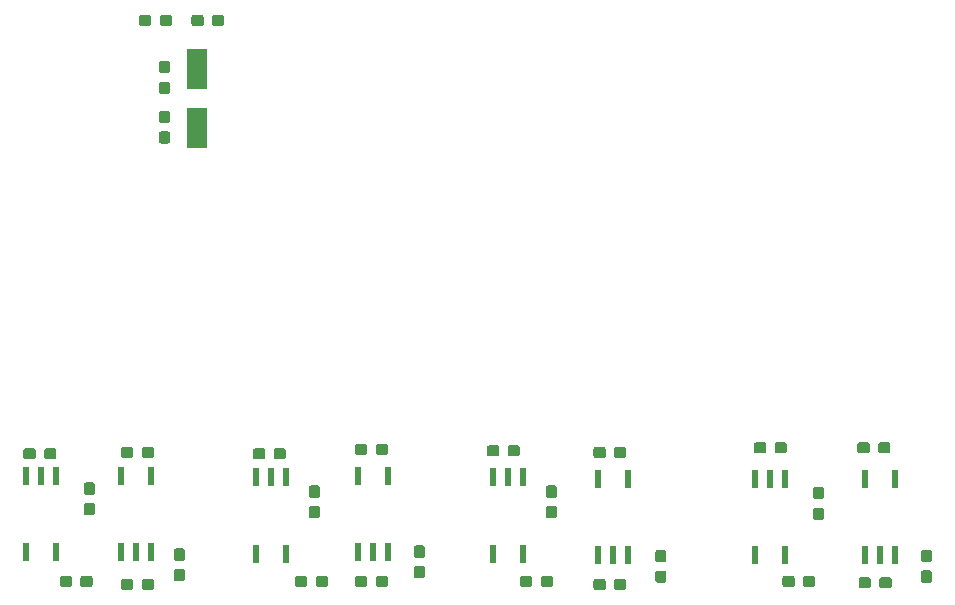
<source format=gbr>
G04 #@! TF.GenerationSoftware,KiCad,Pcbnew,5.1.5+dfsg1-2build2*
G04 #@! TF.CreationDate,2021-08-10T13:41:00-07:00*
G04 #@! TF.ProjectId,Telemetry Board Shrink,54656c65-6d65-4747-9279-20426f617264,rev?*
G04 #@! TF.SameCoordinates,Original*
G04 #@! TF.FileFunction,Paste,Top*
G04 #@! TF.FilePolarity,Positive*
%FSLAX46Y46*%
G04 Gerber Fmt 4.6, Leading zero omitted, Abs format (unit mm)*
G04 Created by KiCad (PCBNEW 5.1.5+dfsg1-2build2) date 2021-08-10 13:41:00*
%MOMM*%
%LPD*%
G04 APERTURE LIST*
%ADD10C,0.100000*%
%ADD11R,0.600000X1.530000*%
%ADD12R,1.800000X3.500000*%
G04 APERTURE END LIST*
D10*
G36*
X156506779Y-114588144D02*
G01*
X156529834Y-114591563D01*
X156552443Y-114597227D01*
X156574387Y-114605079D01*
X156595457Y-114615044D01*
X156615448Y-114627026D01*
X156634168Y-114640910D01*
X156651438Y-114656562D01*
X156667090Y-114673832D01*
X156680974Y-114692552D01*
X156692956Y-114712543D01*
X156702921Y-114733613D01*
X156710773Y-114755557D01*
X156716437Y-114778166D01*
X156719856Y-114801221D01*
X156721000Y-114824500D01*
X156721000Y-115299500D01*
X156719856Y-115322779D01*
X156716437Y-115345834D01*
X156710773Y-115368443D01*
X156702921Y-115390387D01*
X156692956Y-115411457D01*
X156680974Y-115431448D01*
X156667090Y-115450168D01*
X156651438Y-115467438D01*
X156634168Y-115483090D01*
X156615448Y-115496974D01*
X156595457Y-115508956D01*
X156574387Y-115518921D01*
X156552443Y-115526773D01*
X156529834Y-115532437D01*
X156506779Y-115535856D01*
X156483500Y-115537000D01*
X155908500Y-115537000D01*
X155885221Y-115535856D01*
X155862166Y-115532437D01*
X155839557Y-115526773D01*
X155817613Y-115518921D01*
X155796543Y-115508956D01*
X155776552Y-115496974D01*
X155757832Y-115483090D01*
X155740562Y-115467438D01*
X155724910Y-115450168D01*
X155711026Y-115431448D01*
X155699044Y-115411457D01*
X155689079Y-115390387D01*
X155681227Y-115368443D01*
X155675563Y-115345834D01*
X155672144Y-115322779D01*
X155671000Y-115299500D01*
X155671000Y-114824500D01*
X155672144Y-114801221D01*
X155675563Y-114778166D01*
X155681227Y-114755557D01*
X155689079Y-114733613D01*
X155699044Y-114712543D01*
X155711026Y-114692552D01*
X155724910Y-114673832D01*
X155740562Y-114656562D01*
X155757832Y-114640910D01*
X155776552Y-114627026D01*
X155796543Y-114615044D01*
X155817613Y-114605079D01*
X155839557Y-114597227D01*
X155862166Y-114591563D01*
X155885221Y-114588144D01*
X155908500Y-114587000D01*
X156483500Y-114587000D01*
X156506779Y-114588144D01*
G37*
G36*
X154756779Y-114588144D02*
G01*
X154779834Y-114591563D01*
X154802443Y-114597227D01*
X154824387Y-114605079D01*
X154845457Y-114615044D01*
X154865448Y-114627026D01*
X154884168Y-114640910D01*
X154901438Y-114656562D01*
X154917090Y-114673832D01*
X154930974Y-114692552D01*
X154942956Y-114712543D01*
X154952921Y-114733613D01*
X154960773Y-114755557D01*
X154966437Y-114778166D01*
X154969856Y-114801221D01*
X154971000Y-114824500D01*
X154971000Y-115299500D01*
X154969856Y-115322779D01*
X154966437Y-115345834D01*
X154960773Y-115368443D01*
X154952921Y-115390387D01*
X154942956Y-115411457D01*
X154930974Y-115431448D01*
X154917090Y-115450168D01*
X154901438Y-115467438D01*
X154884168Y-115483090D01*
X154865448Y-115496974D01*
X154845457Y-115508956D01*
X154824387Y-115518921D01*
X154802443Y-115526773D01*
X154779834Y-115532437D01*
X154756779Y-115535856D01*
X154733500Y-115537000D01*
X154158500Y-115537000D01*
X154135221Y-115535856D01*
X154112166Y-115532437D01*
X154089557Y-115526773D01*
X154067613Y-115518921D01*
X154046543Y-115508956D01*
X154026552Y-115496974D01*
X154007832Y-115483090D01*
X153990562Y-115467438D01*
X153974910Y-115450168D01*
X153961026Y-115431448D01*
X153949044Y-115411457D01*
X153939079Y-115390387D01*
X153931227Y-115368443D01*
X153925563Y-115345834D01*
X153922144Y-115322779D01*
X153921000Y-115299500D01*
X153921000Y-114824500D01*
X153922144Y-114801221D01*
X153925563Y-114778166D01*
X153931227Y-114755557D01*
X153939079Y-114733613D01*
X153949044Y-114712543D01*
X153961026Y-114692552D01*
X153974910Y-114673832D01*
X153990562Y-114656562D01*
X154007832Y-114640910D01*
X154026552Y-114627026D01*
X154046543Y-114615044D01*
X154067613Y-114605079D01*
X154089557Y-114597227D01*
X154112166Y-114591563D01*
X154135221Y-114588144D01*
X154158500Y-114587000D01*
X154733500Y-114587000D01*
X154756779Y-114588144D01*
G37*
D11*
X184404000Y-123636000D03*
X183134000Y-123636000D03*
X185674000Y-123636000D03*
X183134000Y-117156000D03*
X185674000Y-117156000D03*
X144018000Y-123382000D03*
X142748000Y-123382000D03*
X145288000Y-123382000D03*
X142748000Y-116902000D03*
X145288000Y-116902000D03*
X207010000Y-123636000D03*
X205740000Y-123636000D03*
X208280000Y-123636000D03*
X205740000Y-117156000D03*
X208280000Y-117156000D03*
D10*
G36*
X188728779Y-124938144D02*
G01*
X188751834Y-124941563D01*
X188774443Y-124947227D01*
X188796387Y-124955079D01*
X188817457Y-124965044D01*
X188837448Y-124977026D01*
X188856168Y-124990910D01*
X188873438Y-125006562D01*
X188889090Y-125023832D01*
X188902974Y-125042552D01*
X188914956Y-125062543D01*
X188924921Y-125083613D01*
X188932773Y-125105557D01*
X188938437Y-125128166D01*
X188941856Y-125151221D01*
X188943000Y-125174500D01*
X188943000Y-125749500D01*
X188941856Y-125772779D01*
X188938437Y-125795834D01*
X188932773Y-125818443D01*
X188924921Y-125840387D01*
X188914956Y-125861457D01*
X188902974Y-125881448D01*
X188889090Y-125900168D01*
X188873438Y-125917438D01*
X188856168Y-125933090D01*
X188837448Y-125946974D01*
X188817457Y-125958956D01*
X188796387Y-125968921D01*
X188774443Y-125976773D01*
X188751834Y-125982437D01*
X188728779Y-125985856D01*
X188705500Y-125987000D01*
X188230500Y-125987000D01*
X188207221Y-125985856D01*
X188184166Y-125982437D01*
X188161557Y-125976773D01*
X188139613Y-125968921D01*
X188118543Y-125958956D01*
X188098552Y-125946974D01*
X188079832Y-125933090D01*
X188062562Y-125917438D01*
X188046910Y-125900168D01*
X188033026Y-125881448D01*
X188021044Y-125861457D01*
X188011079Y-125840387D01*
X188003227Y-125818443D01*
X187997563Y-125795834D01*
X187994144Y-125772779D01*
X187993000Y-125749500D01*
X187993000Y-125174500D01*
X187994144Y-125151221D01*
X187997563Y-125128166D01*
X188003227Y-125105557D01*
X188011079Y-125083613D01*
X188021044Y-125062543D01*
X188033026Y-125042552D01*
X188046910Y-125023832D01*
X188062562Y-125006562D01*
X188079832Y-124990910D01*
X188098552Y-124977026D01*
X188118543Y-124965044D01*
X188139613Y-124955079D01*
X188161557Y-124947227D01*
X188184166Y-124941563D01*
X188207221Y-124938144D01*
X188230500Y-124937000D01*
X188705500Y-124937000D01*
X188728779Y-124938144D01*
G37*
G36*
X188728779Y-123188144D02*
G01*
X188751834Y-123191563D01*
X188774443Y-123197227D01*
X188796387Y-123205079D01*
X188817457Y-123215044D01*
X188837448Y-123227026D01*
X188856168Y-123240910D01*
X188873438Y-123256562D01*
X188889090Y-123273832D01*
X188902974Y-123292552D01*
X188914956Y-123312543D01*
X188924921Y-123333613D01*
X188932773Y-123355557D01*
X188938437Y-123378166D01*
X188941856Y-123401221D01*
X188943000Y-123424500D01*
X188943000Y-123999500D01*
X188941856Y-124022779D01*
X188938437Y-124045834D01*
X188932773Y-124068443D01*
X188924921Y-124090387D01*
X188914956Y-124111457D01*
X188902974Y-124131448D01*
X188889090Y-124150168D01*
X188873438Y-124167438D01*
X188856168Y-124183090D01*
X188837448Y-124196974D01*
X188817457Y-124208956D01*
X188796387Y-124218921D01*
X188774443Y-124226773D01*
X188751834Y-124232437D01*
X188728779Y-124235856D01*
X188705500Y-124237000D01*
X188230500Y-124237000D01*
X188207221Y-124235856D01*
X188184166Y-124232437D01*
X188161557Y-124226773D01*
X188139613Y-124218921D01*
X188118543Y-124208956D01*
X188098552Y-124196974D01*
X188079832Y-124183090D01*
X188062562Y-124167438D01*
X188046910Y-124150168D01*
X188033026Y-124131448D01*
X188021044Y-124111457D01*
X188011079Y-124090387D01*
X188003227Y-124068443D01*
X187997563Y-124045834D01*
X187994144Y-124022779D01*
X187993000Y-123999500D01*
X187993000Y-123424500D01*
X187994144Y-123401221D01*
X187997563Y-123378166D01*
X188003227Y-123355557D01*
X188011079Y-123333613D01*
X188021044Y-123312543D01*
X188033026Y-123292552D01*
X188046910Y-123273832D01*
X188062562Y-123256562D01*
X188079832Y-123240910D01*
X188098552Y-123227026D01*
X188118543Y-123215044D01*
X188139613Y-123205079D01*
X188161557Y-123197227D01*
X188184166Y-123191563D01*
X188207221Y-123188144D01*
X188230500Y-123187000D01*
X188705500Y-123187000D01*
X188728779Y-123188144D01*
G37*
G36*
X147961779Y-124811144D02*
G01*
X147984834Y-124814563D01*
X148007443Y-124820227D01*
X148029387Y-124828079D01*
X148050457Y-124838044D01*
X148070448Y-124850026D01*
X148089168Y-124863910D01*
X148106438Y-124879562D01*
X148122090Y-124896832D01*
X148135974Y-124915552D01*
X148147956Y-124935543D01*
X148157921Y-124956613D01*
X148165773Y-124978557D01*
X148171437Y-125001166D01*
X148174856Y-125024221D01*
X148176000Y-125047500D01*
X148176000Y-125622500D01*
X148174856Y-125645779D01*
X148171437Y-125668834D01*
X148165773Y-125691443D01*
X148157921Y-125713387D01*
X148147956Y-125734457D01*
X148135974Y-125754448D01*
X148122090Y-125773168D01*
X148106438Y-125790438D01*
X148089168Y-125806090D01*
X148070448Y-125819974D01*
X148050457Y-125831956D01*
X148029387Y-125841921D01*
X148007443Y-125849773D01*
X147984834Y-125855437D01*
X147961779Y-125858856D01*
X147938500Y-125860000D01*
X147463500Y-125860000D01*
X147440221Y-125858856D01*
X147417166Y-125855437D01*
X147394557Y-125849773D01*
X147372613Y-125841921D01*
X147351543Y-125831956D01*
X147331552Y-125819974D01*
X147312832Y-125806090D01*
X147295562Y-125790438D01*
X147279910Y-125773168D01*
X147266026Y-125754448D01*
X147254044Y-125734457D01*
X147244079Y-125713387D01*
X147236227Y-125691443D01*
X147230563Y-125668834D01*
X147227144Y-125645779D01*
X147226000Y-125622500D01*
X147226000Y-125047500D01*
X147227144Y-125024221D01*
X147230563Y-125001166D01*
X147236227Y-124978557D01*
X147244079Y-124956613D01*
X147254044Y-124935543D01*
X147266026Y-124915552D01*
X147279910Y-124896832D01*
X147295562Y-124879562D01*
X147312832Y-124863910D01*
X147331552Y-124850026D01*
X147351543Y-124838044D01*
X147372613Y-124828079D01*
X147394557Y-124820227D01*
X147417166Y-124814563D01*
X147440221Y-124811144D01*
X147463500Y-124810000D01*
X147938500Y-124810000D01*
X147961779Y-124811144D01*
G37*
G36*
X147961779Y-123061144D02*
G01*
X147984834Y-123064563D01*
X148007443Y-123070227D01*
X148029387Y-123078079D01*
X148050457Y-123088044D01*
X148070448Y-123100026D01*
X148089168Y-123113910D01*
X148106438Y-123129562D01*
X148122090Y-123146832D01*
X148135974Y-123165552D01*
X148147956Y-123185543D01*
X148157921Y-123206613D01*
X148165773Y-123228557D01*
X148171437Y-123251166D01*
X148174856Y-123274221D01*
X148176000Y-123297500D01*
X148176000Y-123872500D01*
X148174856Y-123895779D01*
X148171437Y-123918834D01*
X148165773Y-123941443D01*
X148157921Y-123963387D01*
X148147956Y-123984457D01*
X148135974Y-124004448D01*
X148122090Y-124023168D01*
X148106438Y-124040438D01*
X148089168Y-124056090D01*
X148070448Y-124069974D01*
X148050457Y-124081956D01*
X148029387Y-124091921D01*
X148007443Y-124099773D01*
X147984834Y-124105437D01*
X147961779Y-124108856D01*
X147938500Y-124110000D01*
X147463500Y-124110000D01*
X147440221Y-124108856D01*
X147417166Y-124105437D01*
X147394557Y-124099773D01*
X147372613Y-124091921D01*
X147351543Y-124081956D01*
X147331552Y-124069974D01*
X147312832Y-124056090D01*
X147295562Y-124040438D01*
X147279910Y-124023168D01*
X147266026Y-124004448D01*
X147254044Y-123984457D01*
X147244079Y-123963387D01*
X147236227Y-123941443D01*
X147230563Y-123918834D01*
X147227144Y-123895779D01*
X147226000Y-123872500D01*
X147226000Y-123297500D01*
X147227144Y-123274221D01*
X147230563Y-123251166D01*
X147236227Y-123228557D01*
X147244079Y-123206613D01*
X147254044Y-123185543D01*
X147266026Y-123165552D01*
X147279910Y-123146832D01*
X147295562Y-123129562D01*
X147312832Y-123113910D01*
X147331552Y-123100026D01*
X147351543Y-123088044D01*
X147372613Y-123078079D01*
X147394557Y-123070227D01*
X147417166Y-123064563D01*
X147440221Y-123061144D01*
X147463500Y-123060000D01*
X147938500Y-123060000D01*
X147961779Y-123061144D01*
G37*
G36*
X183585779Y-114461144D02*
G01*
X183608834Y-114464563D01*
X183631443Y-114470227D01*
X183653387Y-114478079D01*
X183674457Y-114488044D01*
X183694448Y-114500026D01*
X183713168Y-114513910D01*
X183730438Y-114529562D01*
X183746090Y-114546832D01*
X183759974Y-114565552D01*
X183771956Y-114585543D01*
X183781921Y-114606613D01*
X183789773Y-114628557D01*
X183795437Y-114651166D01*
X183798856Y-114674221D01*
X183800000Y-114697500D01*
X183800000Y-115172500D01*
X183798856Y-115195779D01*
X183795437Y-115218834D01*
X183789773Y-115241443D01*
X183781921Y-115263387D01*
X183771956Y-115284457D01*
X183759974Y-115304448D01*
X183746090Y-115323168D01*
X183730438Y-115340438D01*
X183713168Y-115356090D01*
X183694448Y-115369974D01*
X183674457Y-115381956D01*
X183653387Y-115391921D01*
X183631443Y-115399773D01*
X183608834Y-115405437D01*
X183585779Y-115408856D01*
X183562500Y-115410000D01*
X182987500Y-115410000D01*
X182964221Y-115408856D01*
X182941166Y-115405437D01*
X182918557Y-115399773D01*
X182896613Y-115391921D01*
X182875543Y-115381956D01*
X182855552Y-115369974D01*
X182836832Y-115356090D01*
X182819562Y-115340438D01*
X182803910Y-115323168D01*
X182790026Y-115304448D01*
X182778044Y-115284457D01*
X182768079Y-115263387D01*
X182760227Y-115241443D01*
X182754563Y-115218834D01*
X182751144Y-115195779D01*
X182750000Y-115172500D01*
X182750000Y-114697500D01*
X182751144Y-114674221D01*
X182754563Y-114651166D01*
X182760227Y-114628557D01*
X182768079Y-114606613D01*
X182778044Y-114585543D01*
X182790026Y-114565552D01*
X182803910Y-114546832D01*
X182819562Y-114529562D01*
X182836832Y-114513910D01*
X182855552Y-114500026D01*
X182875543Y-114488044D01*
X182896613Y-114478079D01*
X182918557Y-114470227D01*
X182941166Y-114464563D01*
X182964221Y-114461144D01*
X182987500Y-114460000D01*
X183562500Y-114460000D01*
X183585779Y-114461144D01*
G37*
G36*
X185335779Y-114461144D02*
G01*
X185358834Y-114464563D01*
X185381443Y-114470227D01*
X185403387Y-114478079D01*
X185424457Y-114488044D01*
X185444448Y-114500026D01*
X185463168Y-114513910D01*
X185480438Y-114529562D01*
X185496090Y-114546832D01*
X185509974Y-114565552D01*
X185521956Y-114585543D01*
X185531921Y-114606613D01*
X185539773Y-114628557D01*
X185545437Y-114651166D01*
X185548856Y-114674221D01*
X185550000Y-114697500D01*
X185550000Y-115172500D01*
X185548856Y-115195779D01*
X185545437Y-115218834D01*
X185539773Y-115241443D01*
X185531921Y-115263387D01*
X185521956Y-115284457D01*
X185509974Y-115304448D01*
X185496090Y-115323168D01*
X185480438Y-115340438D01*
X185463168Y-115356090D01*
X185444448Y-115369974D01*
X185424457Y-115381956D01*
X185403387Y-115391921D01*
X185381443Y-115399773D01*
X185358834Y-115405437D01*
X185335779Y-115408856D01*
X185312500Y-115410000D01*
X184737500Y-115410000D01*
X184714221Y-115408856D01*
X184691166Y-115405437D01*
X184668557Y-115399773D01*
X184646613Y-115391921D01*
X184625543Y-115381956D01*
X184605552Y-115369974D01*
X184586832Y-115356090D01*
X184569562Y-115340438D01*
X184553910Y-115323168D01*
X184540026Y-115304448D01*
X184528044Y-115284457D01*
X184518079Y-115263387D01*
X184510227Y-115241443D01*
X184504563Y-115218834D01*
X184501144Y-115195779D01*
X184500000Y-115172500D01*
X184500000Y-114697500D01*
X184501144Y-114674221D01*
X184504563Y-114651166D01*
X184510227Y-114628557D01*
X184518079Y-114606613D01*
X184528044Y-114585543D01*
X184540026Y-114565552D01*
X184553910Y-114546832D01*
X184569562Y-114529562D01*
X184586832Y-114513910D01*
X184605552Y-114500026D01*
X184625543Y-114488044D01*
X184646613Y-114478079D01*
X184668557Y-114470227D01*
X184691166Y-114464563D01*
X184714221Y-114461144D01*
X184737500Y-114460000D01*
X185312500Y-114460000D01*
X185335779Y-114461144D01*
G37*
G36*
X143580779Y-114461144D02*
G01*
X143603834Y-114464563D01*
X143626443Y-114470227D01*
X143648387Y-114478079D01*
X143669457Y-114488044D01*
X143689448Y-114500026D01*
X143708168Y-114513910D01*
X143725438Y-114529562D01*
X143741090Y-114546832D01*
X143754974Y-114565552D01*
X143766956Y-114585543D01*
X143776921Y-114606613D01*
X143784773Y-114628557D01*
X143790437Y-114651166D01*
X143793856Y-114674221D01*
X143795000Y-114697500D01*
X143795000Y-115172500D01*
X143793856Y-115195779D01*
X143790437Y-115218834D01*
X143784773Y-115241443D01*
X143776921Y-115263387D01*
X143766956Y-115284457D01*
X143754974Y-115304448D01*
X143741090Y-115323168D01*
X143725438Y-115340438D01*
X143708168Y-115356090D01*
X143689448Y-115369974D01*
X143669457Y-115381956D01*
X143648387Y-115391921D01*
X143626443Y-115399773D01*
X143603834Y-115405437D01*
X143580779Y-115408856D01*
X143557500Y-115410000D01*
X142982500Y-115410000D01*
X142959221Y-115408856D01*
X142936166Y-115405437D01*
X142913557Y-115399773D01*
X142891613Y-115391921D01*
X142870543Y-115381956D01*
X142850552Y-115369974D01*
X142831832Y-115356090D01*
X142814562Y-115340438D01*
X142798910Y-115323168D01*
X142785026Y-115304448D01*
X142773044Y-115284457D01*
X142763079Y-115263387D01*
X142755227Y-115241443D01*
X142749563Y-115218834D01*
X142746144Y-115195779D01*
X142745000Y-115172500D01*
X142745000Y-114697500D01*
X142746144Y-114674221D01*
X142749563Y-114651166D01*
X142755227Y-114628557D01*
X142763079Y-114606613D01*
X142773044Y-114585543D01*
X142785026Y-114565552D01*
X142798910Y-114546832D01*
X142814562Y-114529562D01*
X142831832Y-114513910D01*
X142850552Y-114500026D01*
X142870543Y-114488044D01*
X142891613Y-114478079D01*
X142913557Y-114470227D01*
X142936166Y-114464563D01*
X142959221Y-114461144D01*
X142982500Y-114460000D01*
X143557500Y-114460000D01*
X143580779Y-114461144D01*
G37*
G36*
X145330779Y-114461144D02*
G01*
X145353834Y-114464563D01*
X145376443Y-114470227D01*
X145398387Y-114478079D01*
X145419457Y-114488044D01*
X145439448Y-114500026D01*
X145458168Y-114513910D01*
X145475438Y-114529562D01*
X145491090Y-114546832D01*
X145504974Y-114565552D01*
X145516956Y-114585543D01*
X145526921Y-114606613D01*
X145534773Y-114628557D01*
X145540437Y-114651166D01*
X145543856Y-114674221D01*
X145545000Y-114697500D01*
X145545000Y-115172500D01*
X145543856Y-115195779D01*
X145540437Y-115218834D01*
X145534773Y-115241443D01*
X145526921Y-115263387D01*
X145516956Y-115284457D01*
X145504974Y-115304448D01*
X145491090Y-115323168D01*
X145475438Y-115340438D01*
X145458168Y-115356090D01*
X145439448Y-115369974D01*
X145419457Y-115381956D01*
X145398387Y-115391921D01*
X145376443Y-115399773D01*
X145353834Y-115405437D01*
X145330779Y-115408856D01*
X145307500Y-115410000D01*
X144732500Y-115410000D01*
X144709221Y-115408856D01*
X144686166Y-115405437D01*
X144663557Y-115399773D01*
X144641613Y-115391921D01*
X144620543Y-115381956D01*
X144600552Y-115369974D01*
X144581832Y-115356090D01*
X144564562Y-115340438D01*
X144548910Y-115323168D01*
X144535026Y-115304448D01*
X144523044Y-115284457D01*
X144513079Y-115263387D01*
X144505227Y-115241443D01*
X144499563Y-115218834D01*
X144496144Y-115195779D01*
X144495000Y-115172500D01*
X144495000Y-114697500D01*
X144496144Y-114674221D01*
X144499563Y-114651166D01*
X144505227Y-114628557D01*
X144513079Y-114606613D01*
X144523044Y-114585543D01*
X144535026Y-114565552D01*
X144548910Y-114546832D01*
X144564562Y-114529562D01*
X144581832Y-114513910D01*
X144600552Y-114500026D01*
X144620543Y-114488044D01*
X144641613Y-114478079D01*
X144663557Y-114470227D01*
X144686166Y-114464563D01*
X144709221Y-114461144D01*
X144732500Y-114460000D01*
X145307500Y-114460000D01*
X145330779Y-114461144D01*
G37*
G36*
X211207779Y-124924144D02*
G01*
X211230834Y-124927563D01*
X211253443Y-124933227D01*
X211275387Y-124941079D01*
X211296457Y-124951044D01*
X211316448Y-124963026D01*
X211335168Y-124976910D01*
X211352438Y-124992562D01*
X211368090Y-125009832D01*
X211381974Y-125028552D01*
X211393956Y-125048543D01*
X211403921Y-125069613D01*
X211411773Y-125091557D01*
X211417437Y-125114166D01*
X211420856Y-125137221D01*
X211422000Y-125160500D01*
X211422000Y-125735500D01*
X211420856Y-125758779D01*
X211417437Y-125781834D01*
X211411773Y-125804443D01*
X211403921Y-125826387D01*
X211393956Y-125847457D01*
X211381974Y-125867448D01*
X211368090Y-125886168D01*
X211352438Y-125903438D01*
X211335168Y-125919090D01*
X211316448Y-125932974D01*
X211296457Y-125944956D01*
X211275387Y-125954921D01*
X211253443Y-125962773D01*
X211230834Y-125968437D01*
X211207779Y-125971856D01*
X211184500Y-125973000D01*
X210709500Y-125973000D01*
X210686221Y-125971856D01*
X210663166Y-125968437D01*
X210640557Y-125962773D01*
X210618613Y-125954921D01*
X210597543Y-125944956D01*
X210577552Y-125932974D01*
X210558832Y-125919090D01*
X210541562Y-125903438D01*
X210525910Y-125886168D01*
X210512026Y-125867448D01*
X210500044Y-125847457D01*
X210490079Y-125826387D01*
X210482227Y-125804443D01*
X210476563Y-125781834D01*
X210473144Y-125758779D01*
X210472000Y-125735500D01*
X210472000Y-125160500D01*
X210473144Y-125137221D01*
X210476563Y-125114166D01*
X210482227Y-125091557D01*
X210490079Y-125069613D01*
X210500044Y-125048543D01*
X210512026Y-125028552D01*
X210525910Y-125009832D01*
X210541562Y-124992562D01*
X210558832Y-124976910D01*
X210577552Y-124963026D01*
X210597543Y-124951044D01*
X210618613Y-124941079D01*
X210640557Y-124933227D01*
X210663166Y-124927563D01*
X210686221Y-124924144D01*
X210709500Y-124923000D01*
X211184500Y-124923000D01*
X211207779Y-124924144D01*
G37*
G36*
X211207779Y-123174144D02*
G01*
X211230834Y-123177563D01*
X211253443Y-123183227D01*
X211275387Y-123191079D01*
X211296457Y-123201044D01*
X211316448Y-123213026D01*
X211335168Y-123226910D01*
X211352438Y-123242562D01*
X211368090Y-123259832D01*
X211381974Y-123278552D01*
X211393956Y-123298543D01*
X211403921Y-123319613D01*
X211411773Y-123341557D01*
X211417437Y-123364166D01*
X211420856Y-123387221D01*
X211422000Y-123410500D01*
X211422000Y-123985500D01*
X211420856Y-124008779D01*
X211417437Y-124031834D01*
X211411773Y-124054443D01*
X211403921Y-124076387D01*
X211393956Y-124097457D01*
X211381974Y-124117448D01*
X211368090Y-124136168D01*
X211352438Y-124153438D01*
X211335168Y-124169090D01*
X211316448Y-124182974D01*
X211296457Y-124194956D01*
X211275387Y-124204921D01*
X211253443Y-124212773D01*
X211230834Y-124218437D01*
X211207779Y-124221856D01*
X211184500Y-124223000D01*
X210709500Y-124223000D01*
X210686221Y-124221856D01*
X210663166Y-124218437D01*
X210640557Y-124212773D01*
X210618613Y-124204921D01*
X210597543Y-124194956D01*
X210577552Y-124182974D01*
X210558832Y-124169090D01*
X210541562Y-124153438D01*
X210525910Y-124136168D01*
X210512026Y-124117448D01*
X210500044Y-124097457D01*
X210490079Y-124076387D01*
X210482227Y-124054443D01*
X210476563Y-124031834D01*
X210473144Y-124008779D01*
X210472000Y-123985500D01*
X210472000Y-123410500D01*
X210473144Y-123387221D01*
X210476563Y-123364166D01*
X210482227Y-123341557D01*
X210490079Y-123319613D01*
X210500044Y-123298543D01*
X210512026Y-123278552D01*
X210525910Y-123259832D01*
X210541562Y-123242562D01*
X210558832Y-123226910D01*
X210577552Y-123213026D01*
X210597543Y-123201044D01*
X210618613Y-123191079D01*
X210640557Y-123183227D01*
X210663166Y-123177563D01*
X210686221Y-123174144D01*
X210709500Y-123173000D01*
X211184500Y-123173000D01*
X211207779Y-123174144D01*
G37*
G36*
X205937779Y-114080144D02*
G01*
X205960834Y-114083563D01*
X205983443Y-114089227D01*
X206005387Y-114097079D01*
X206026457Y-114107044D01*
X206046448Y-114119026D01*
X206065168Y-114132910D01*
X206082438Y-114148562D01*
X206098090Y-114165832D01*
X206111974Y-114184552D01*
X206123956Y-114204543D01*
X206133921Y-114225613D01*
X206141773Y-114247557D01*
X206147437Y-114270166D01*
X206150856Y-114293221D01*
X206152000Y-114316500D01*
X206152000Y-114791500D01*
X206150856Y-114814779D01*
X206147437Y-114837834D01*
X206141773Y-114860443D01*
X206133921Y-114882387D01*
X206123956Y-114903457D01*
X206111974Y-114923448D01*
X206098090Y-114942168D01*
X206082438Y-114959438D01*
X206065168Y-114975090D01*
X206046448Y-114988974D01*
X206026457Y-115000956D01*
X206005387Y-115010921D01*
X205983443Y-115018773D01*
X205960834Y-115024437D01*
X205937779Y-115027856D01*
X205914500Y-115029000D01*
X205339500Y-115029000D01*
X205316221Y-115027856D01*
X205293166Y-115024437D01*
X205270557Y-115018773D01*
X205248613Y-115010921D01*
X205227543Y-115000956D01*
X205207552Y-114988974D01*
X205188832Y-114975090D01*
X205171562Y-114959438D01*
X205155910Y-114942168D01*
X205142026Y-114923448D01*
X205130044Y-114903457D01*
X205120079Y-114882387D01*
X205112227Y-114860443D01*
X205106563Y-114837834D01*
X205103144Y-114814779D01*
X205102000Y-114791500D01*
X205102000Y-114316500D01*
X205103144Y-114293221D01*
X205106563Y-114270166D01*
X205112227Y-114247557D01*
X205120079Y-114225613D01*
X205130044Y-114204543D01*
X205142026Y-114184552D01*
X205155910Y-114165832D01*
X205171562Y-114148562D01*
X205188832Y-114132910D01*
X205207552Y-114119026D01*
X205227543Y-114107044D01*
X205248613Y-114097079D01*
X205270557Y-114089227D01*
X205293166Y-114083563D01*
X205316221Y-114080144D01*
X205339500Y-114079000D01*
X205914500Y-114079000D01*
X205937779Y-114080144D01*
G37*
G36*
X207687779Y-114080144D02*
G01*
X207710834Y-114083563D01*
X207733443Y-114089227D01*
X207755387Y-114097079D01*
X207776457Y-114107044D01*
X207796448Y-114119026D01*
X207815168Y-114132910D01*
X207832438Y-114148562D01*
X207848090Y-114165832D01*
X207861974Y-114184552D01*
X207873956Y-114204543D01*
X207883921Y-114225613D01*
X207891773Y-114247557D01*
X207897437Y-114270166D01*
X207900856Y-114293221D01*
X207902000Y-114316500D01*
X207902000Y-114791500D01*
X207900856Y-114814779D01*
X207897437Y-114837834D01*
X207891773Y-114860443D01*
X207883921Y-114882387D01*
X207873956Y-114903457D01*
X207861974Y-114923448D01*
X207848090Y-114942168D01*
X207832438Y-114959438D01*
X207815168Y-114975090D01*
X207796448Y-114988974D01*
X207776457Y-115000956D01*
X207755387Y-115010921D01*
X207733443Y-115018773D01*
X207710834Y-115024437D01*
X207687779Y-115027856D01*
X207664500Y-115029000D01*
X207089500Y-115029000D01*
X207066221Y-115027856D01*
X207043166Y-115024437D01*
X207020557Y-115018773D01*
X206998613Y-115010921D01*
X206977543Y-115000956D01*
X206957552Y-114988974D01*
X206938832Y-114975090D01*
X206921562Y-114959438D01*
X206905910Y-114942168D01*
X206892026Y-114923448D01*
X206880044Y-114903457D01*
X206870079Y-114882387D01*
X206862227Y-114860443D01*
X206856563Y-114837834D01*
X206853144Y-114814779D01*
X206852000Y-114791500D01*
X206852000Y-114316500D01*
X206853144Y-114293221D01*
X206856563Y-114270166D01*
X206862227Y-114247557D01*
X206870079Y-114225613D01*
X206880044Y-114204543D01*
X206892026Y-114184552D01*
X206905910Y-114165832D01*
X206921562Y-114148562D01*
X206938832Y-114132910D01*
X206957552Y-114119026D01*
X206977543Y-114107044D01*
X206998613Y-114097079D01*
X207020557Y-114089227D01*
X207043166Y-114083563D01*
X207066221Y-114080144D01*
X207089500Y-114079000D01*
X207664500Y-114079000D01*
X207687779Y-114080144D01*
G37*
G36*
X183585779Y-125637144D02*
G01*
X183608834Y-125640563D01*
X183631443Y-125646227D01*
X183653387Y-125654079D01*
X183674457Y-125664044D01*
X183694448Y-125676026D01*
X183713168Y-125689910D01*
X183730438Y-125705562D01*
X183746090Y-125722832D01*
X183759974Y-125741552D01*
X183771956Y-125761543D01*
X183781921Y-125782613D01*
X183789773Y-125804557D01*
X183795437Y-125827166D01*
X183798856Y-125850221D01*
X183800000Y-125873500D01*
X183800000Y-126348500D01*
X183798856Y-126371779D01*
X183795437Y-126394834D01*
X183789773Y-126417443D01*
X183781921Y-126439387D01*
X183771956Y-126460457D01*
X183759974Y-126480448D01*
X183746090Y-126499168D01*
X183730438Y-126516438D01*
X183713168Y-126532090D01*
X183694448Y-126545974D01*
X183674457Y-126557956D01*
X183653387Y-126567921D01*
X183631443Y-126575773D01*
X183608834Y-126581437D01*
X183585779Y-126584856D01*
X183562500Y-126586000D01*
X182987500Y-126586000D01*
X182964221Y-126584856D01*
X182941166Y-126581437D01*
X182918557Y-126575773D01*
X182896613Y-126567921D01*
X182875543Y-126557956D01*
X182855552Y-126545974D01*
X182836832Y-126532090D01*
X182819562Y-126516438D01*
X182803910Y-126499168D01*
X182790026Y-126480448D01*
X182778044Y-126460457D01*
X182768079Y-126439387D01*
X182760227Y-126417443D01*
X182754563Y-126394834D01*
X182751144Y-126371779D01*
X182750000Y-126348500D01*
X182750000Y-125873500D01*
X182751144Y-125850221D01*
X182754563Y-125827166D01*
X182760227Y-125804557D01*
X182768079Y-125782613D01*
X182778044Y-125761543D01*
X182790026Y-125741552D01*
X182803910Y-125722832D01*
X182819562Y-125705562D01*
X182836832Y-125689910D01*
X182855552Y-125676026D01*
X182875543Y-125664044D01*
X182896613Y-125654079D01*
X182918557Y-125646227D01*
X182941166Y-125640563D01*
X182964221Y-125637144D01*
X182987500Y-125636000D01*
X183562500Y-125636000D01*
X183585779Y-125637144D01*
G37*
G36*
X185335779Y-125637144D02*
G01*
X185358834Y-125640563D01*
X185381443Y-125646227D01*
X185403387Y-125654079D01*
X185424457Y-125664044D01*
X185444448Y-125676026D01*
X185463168Y-125689910D01*
X185480438Y-125705562D01*
X185496090Y-125722832D01*
X185509974Y-125741552D01*
X185521956Y-125761543D01*
X185531921Y-125782613D01*
X185539773Y-125804557D01*
X185545437Y-125827166D01*
X185548856Y-125850221D01*
X185550000Y-125873500D01*
X185550000Y-126348500D01*
X185548856Y-126371779D01*
X185545437Y-126394834D01*
X185539773Y-126417443D01*
X185531921Y-126439387D01*
X185521956Y-126460457D01*
X185509974Y-126480448D01*
X185496090Y-126499168D01*
X185480438Y-126516438D01*
X185463168Y-126532090D01*
X185444448Y-126545974D01*
X185424457Y-126557956D01*
X185403387Y-126567921D01*
X185381443Y-126575773D01*
X185358834Y-126581437D01*
X185335779Y-126584856D01*
X185312500Y-126586000D01*
X184737500Y-126586000D01*
X184714221Y-126584856D01*
X184691166Y-126581437D01*
X184668557Y-126575773D01*
X184646613Y-126567921D01*
X184625543Y-126557956D01*
X184605552Y-126545974D01*
X184586832Y-126532090D01*
X184569562Y-126516438D01*
X184553910Y-126499168D01*
X184540026Y-126480448D01*
X184528044Y-126460457D01*
X184518079Y-126439387D01*
X184510227Y-126417443D01*
X184504563Y-126394834D01*
X184501144Y-126371779D01*
X184500000Y-126348500D01*
X184500000Y-125873500D01*
X184501144Y-125850221D01*
X184504563Y-125827166D01*
X184510227Y-125804557D01*
X184518079Y-125782613D01*
X184528044Y-125761543D01*
X184540026Y-125741552D01*
X184553910Y-125722832D01*
X184569562Y-125705562D01*
X184586832Y-125689910D01*
X184605552Y-125676026D01*
X184625543Y-125664044D01*
X184646613Y-125654079D01*
X184668557Y-125646227D01*
X184691166Y-125640563D01*
X184714221Y-125637144D01*
X184737500Y-125636000D01*
X185312500Y-125636000D01*
X185335779Y-125637144D01*
G37*
G36*
X143580779Y-125637144D02*
G01*
X143603834Y-125640563D01*
X143626443Y-125646227D01*
X143648387Y-125654079D01*
X143669457Y-125664044D01*
X143689448Y-125676026D01*
X143708168Y-125689910D01*
X143725438Y-125705562D01*
X143741090Y-125722832D01*
X143754974Y-125741552D01*
X143766956Y-125761543D01*
X143776921Y-125782613D01*
X143784773Y-125804557D01*
X143790437Y-125827166D01*
X143793856Y-125850221D01*
X143795000Y-125873500D01*
X143795000Y-126348500D01*
X143793856Y-126371779D01*
X143790437Y-126394834D01*
X143784773Y-126417443D01*
X143776921Y-126439387D01*
X143766956Y-126460457D01*
X143754974Y-126480448D01*
X143741090Y-126499168D01*
X143725438Y-126516438D01*
X143708168Y-126532090D01*
X143689448Y-126545974D01*
X143669457Y-126557956D01*
X143648387Y-126567921D01*
X143626443Y-126575773D01*
X143603834Y-126581437D01*
X143580779Y-126584856D01*
X143557500Y-126586000D01*
X142982500Y-126586000D01*
X142959221Y-126584856D01*
X142936166Y-126581437D01*
X142913557Y-126575773D01*
X142891613Y-126567921D01*
X142870543Y-126557956D01*
X142850552Y-126545974D01*
X142831832Y-126532090D01*
X142814562Y-126516438D01*
X142798910Y-126499168D01*
X142785026Y-126480448D01*
X142773044Y-126460457D01*
X142763079Y-126439387D01*
X142755227Y-126417443D01*
X142749563Y-126394834D01*
X142746144Y-126371779D01*
X142745000Y-126348500D01*
X142745000Y-125873500D01*
X142746144Y-125850221D01*
X142749563Y-125827166D01*
X142755227Y-125804557D01*
X142763079Y-125782613D01*
X142773044Y-125761543D01*
X142785026Y-125741552D01*
X142798910Y-125722832D01*
X142814562Y-125705562D01*
X142831832Y-125689910D01*
X142850552Y-125676026D01*
X142870543Y-125664044D01*
X142891613Y-125654079D01*
X142913557Y-125646227D01*
X142936166Y-125640563D01*
X142959221Y-125637144D01*
X142982500Y-125636000D01*
X143557500Y-125636000D01*
X143580779Y-125637144D01*
G37*
G36*
X145330779Y-125637144D02*
G01*
X145353834Y-125640563D01*
X145376443Y-125646227D01*
X145398387Y-125654079D01*
X145419457Y-125664044D01*
X145439448Y-125676026D01*
X145458168Y-125689910D01*
X145475438Y-125705562D01*
X145491090Y-125722832D01*
X145504974Y-125741552D01*
X145516956Y-125761543D01*
X145526921Y-125782613D01*
X145534773Y-125804557D01*
X145540437Y-125827166D01*
X145543856Y-125850221D01*
X145545000Y-125873500D01*
X145545000Y-126348500D01*
X145543856Y-126371779D01*
X145540437Y-126394834D01*
X145534773Y-126417443D01*
X145526921Y-126439387D01*
X145516956Y-126460457D01*
X145504974Y-126480448D01*
X145491090Y-126499168D01*
X145475438Y-126516438D01*
X145458168Y-126532090D01*
X145439448Y-126545974D01*
X145419457Y-126557956D01*
X145398387Y-126567921D01*
X145376443Y-126575773D01*
X145353834Y-126581437D01*
X145330779Y-126584856D01*
X145307500Y-126586000D01*
X144732500Y-126586000D01*
X144709221Y-126584856D01*
X144686166Y-126581437D01*
X144663557Y-126575773D01*
X144641613Y-126567921D01*
X144620543Y-126557956D01*
X144600552Y-126545974D01*
X144581832Y-126532090D01*
X144564562Y-126516438D01*
X144548910Y-126499168D01*
X144535026Y-126480448D01*
X144523044Y-126460457D01*
X144513079Y-126439387D01*
X144505227Y-126417443D01*
X144499563Y-126394834D01*
X144496144Y-126371779D01*
X144495000Y-126348500D01*
X144495000Y-125873500D01*
X144496144Y-125850221D01*
X144499563Y-125827166D01*
X144505227Y-125804557D01*
X144513079Y-125782613D01*
X144523044Y-125761543D01*
X144535026Y-125741552D01*
X144548910Y-125722832D01*
X144564562Y-125705562D01*
X144581832Y-125689910D01*
X144600552Y-125676026D01*
X144620543Y-125664044D01*
X144641613Y-125654079D01*
X144663557Y-125646227D01*
X144686166Y-125640563D01*
X144709221Y-125637144D01*
X144732500Y-125636000D01*
X145307500Y-125636000D01*
X145330779Y-125637144D01*
G37*
G36*
X206050779Y-125510144D02*
G01*
X206073834Y-125513563D01*
X206096443Y-125519227D01*
X206118387Y-125527079D01*
X206139457Y-125537044D01*
X206159448Y-125549026D01*
X206178168Y-125562910D01*
X206195438Y-125578562D01*
X206211090Y-125595832D01*
X206224974Y-125614552D01*
X206236956Y-125634543D01*
X206246921Y-125655613D01*
X206254773Y-125677557D01*
X206260437Y-125700166D01*
X206263856Y-125723221D01*
X206265000Y-125746500D01*
X206265000Y-126221500D01*
X206263856Y-126244779D01*
X206260437Y-126267834D01*
X206254773Y-126290443D01*
X206246921Y-126312387D01*
X206236956Y-126333457D01*
X206224974Y-126353448D01*
X206211090Y-126372168D01*
X206195438Y-126389438D01*
X206178168Y-126405090D01*
X206159448Y-126418974D01*
X206139457Y-126430956D01*
X206118387Y-126440921D01*
X206096443Y-126448773D01*
X206073834Y-126454437D01*
X206050779Y-126457856D01*
X206027500Y-126459000D01*
X205452500Y-126459000D01*
X205429221Y-126457856D01*
X205406166Y-126454437D01*
X205383557Y-126448773D01*
X205361613Y-126440921D01*
X205340543Y-126430956D01*
X205320552Y-126418974D01*
X205301832Y-126405090D01*
X205284562Y-126389438D01*
X205268910Y-126372168D01*
X205255026Y-126353448D01*
X205243044Y-126333457D01*
X205233079Y-126312387D01*
X205225227Y-126290443D01*
X205219563Y-126267834D01*
X205216144Y-126244779D01*
X205215000Y-126221500D01*
X205215000Y-125746500D01*
X205216144Y-125723221D01*
X205219563Y-125700166D01*
X205225227Y-125677557D01*
X205233079Y-125655613D01*
X205243044Y-125634543D01*
X205255026Y-125614552D01*
X205268910Y-125595832D01*
X205284562Y-125578562D01*
X205301832Y-125562910D01*
X205320552Y-125549026D01*
X205340543Y-125537044D01*
X205361613Y-125527079D01*
X205383557Y-125519227D01*
X205406166Y-125513563D01*
X205429221Y-125510144D01*
X205452500Y-125509000D01*
X206027500Y-125509000D01*
X206050779Y-125510144D01*
G37*
G36*
X207800779Y-125510144D02*
G01*
X207823834Y-125513563D01*
X207846443Y-125519227D01*
X207868387Y-125527079D01*
X207889457Y-125537044D01*
X207909448Y-125549026D01*
X207928168Y-125562910D01*
X207945438Y-125578562D01*
X207961090Y-125595832D01*
X207974974Y-125614552D01*
X207986956Y-125634543D01*
X207996921Y-125655613D01*
X208004773Y-125677557D01*
X208010437Y-125700166D01*
X208013856Y-125723221D01*
X208015000Y-125746500D01*
X208015000Y-126221500D01*
X208013856Y-126244779D01*
X208010437Y-126267834D01*
X208004773Y-126290443D01*
X207996921Y-126312387D01*
X207986956Y-126333457D01*
X207974974Y-126353448D01*
X207961090Y-126372168D01*
X207945438Y-126389438D01*
X207928168Y-126405090D01*
X207909448Y-126418974D01*
X207889457Y-126430956D01*
X207868387Y-126440921D01*
X207846443Y-126448773D01*
X207823834Y-126454437D01*
X207800779Y-126457856D01*
X207777500Y-126459000D01*
X207202500Y-126459000D01*
X207179221Y-126457856D01*
X207156166Y-126454437D01*
X207133557Y-126448773D01*
X207111613Y-126440921D01*
X207090543Y-126430956D01*
X207070552Y-126418974D01*
X207051832Y-126405090D01*
X207034562Y-126389438D01*
X207018910Y-126372168D01*
X207005026Y-126353448D01*
X206993044Y-126333457D01*
X206983079Y-126312387D01*
X206975227Y-126290443D01*
X206969563Y-126267834D01*
X206966144Y-126244779D01*
X206965000Y-126221500D01*
X206965000Y-125746500D01*
X206966144Y-125723221D01*
X206969563Y-125700166D01*
X206975227Y-125677557D01*
X206983079Y-125655613D01*
X206993044Y-125634543D01*
X207005026Y-125614552D01*
X207018910Y-125595832D01*
X207034562Y-125578562D01*
X207051832Y-125562910D01*
X207070552Y-125549026D01*
X207090543Y-125537044D01*
X207111613Y-125527079D01*
X207133557Y-125519227D01*
X207156166Y-125513563D01*
X207179221Y-125510144D01*
X207202500Y-125509000D01*
X207777500Y-125509000D01*
X207800779Y-125510144D01*
G37*
G36*
X146691779Y-87741144D02*
G01*
X146714834Y-87744563D01*
X146737443Y-87750227D01*
X146759387Y-87758079D01*
X146780457Y-87768044D01*
X146800448Y-87780026D01*
X146819168Y-87793910D01*
X146836438Y-87809562D01*
X146852090Y-87826832D01*
X146865974Y-87845552D01*
X146877956Y-87865543D01*
X146887921Y-87886613D01*
X146895773Y-87908557D01*
X146901437Y-87931166D01*
X146904856Y-87954221D01*
X146906000Y-87977500D01*
X146906000Y-88552500D01*
X146904856Y-88575779D01*
X146901437Y-88598834D01*
X146895773Y-88621443D01*
X146887921Y-88643387D01*
X146877956Y-88664457D01*
X146865974Y-88684448D01*
X146852090Y-88703168D01*
X146836438Y-88720438D01*
X146819168Y-88736090D01*
X146800448Y-88749974D01*
X146780457Y-88761956D01*
X146759387Y-88771921D01*
X146737443Y-88779773D01*
X146714834Y-88785437D01*
X146691779Y-88788856D01*
X146668500Y-88790000D01*
X146193500Y-88790000D01*
X146170221Y-88788856D01*
X146147166Y-88785437D01*
X146124557Y-88779773D01*
X146102613Y-88771921D01*
X146081543Y-88761956D01*
X146061552Y-88749974D01*
X146042832Y-88736090D01*
X146025562Y-88720438D01*
X146009910Y-88703168D01*
X145996026Y-88684448D01*
X145984044Y-88664457D01*
X145974079Y-88643387D01*
X145966227Y-88621443D01*
X145960563Y-88598834D01*
X145957144Y-88575779D01*
X145956000Y-88552500D01*
X145956000Y-87977500D01*
X145957144Y-87954221D01*
X145960563Y-87931166D01*
X145966227Y-87908557D01*
X145974079Y-87886613D01*
X145984044Y-87865543D01*
X145996026Y-87845552D01*
X146009910Y-87826832D01*
X146025562Y-87809562D01*
X146042832Y-87793910D01*
X146061552Y-87780026D01*
X146081543Y-87768044D01*
X146102613Y-87758079D01*
X146124557Y-87750227D01*
X146147166Y-87744563D01*
X146170221Y-87741144D01*
X146193500Y-87740000D01*
X146668500Y-87740000D01*
X146691779Y-87741144D01*
G37*
G36*
X146691779Y-85991144D02*
G01*
X146714834Y-85994563D01*
X146737443Y-86000227D01*
X146759387Y-86008079D01*
X146780457Y-86018044D01*
X146800448Y-86030026D01*
X146819168Y-86043910D01*
X146836438Y-86059562D01*
X146852090Y-86076832D01*
X146865974Y-86095552D01*
X146877956Y-86115543D01*
X146887921Y-86136613D01*
X146895773Y-86158557D01*
X146901437Y-86181166D01*
X146904856Y-86204221D01*
X146906000Y-86227500D01*
X146906000Y-86802500D01*
X146904856Y-86825779D01*
X146901437Y-86848834D01*
X146895773Y-86871443D01*
X146887921Y-86893387D01*
X146877956Y-86914457D01*
X146865974Y-86934448D01*
X146852090Y-86953168D01*
X146836438Y-86970438D01*
X146819168Y-86986090D01*
X146800448Y-86999974D01*
X146780457Y-87011956D01*
X146759387Y-87021921D01*
X146737443Y-87029773D01*
X146714834Y-87035437D01*
X146691779Y-87038856D01*
X146668500Y-87040000D01*
X146193500Y-87040000D01*
X146170221Y-87038856D01*
X146147166Y-87035437D01*
X146124557Y-87029773D01*
X146102613Y-87021921D01*
X146081543Y-87011956D01*
X146061552Y-86999974D01*
X146042832Y-86986090D01*
X146025562Y-86970438D01*
X146009910Y-86953168D01*
X145996026Y-86934448D01*
X145984044Y-86914457D01*
X145974079Y-86893387D01*
X145966227Y-86871443D01*
X145960563Y-86848834D01*
X145957144Y-86825779D01*
X145956000Y-86802500D01*
X145956000Y-86227500D01*
X145957144Y-86204221D01*
X145960563Y-86181166D01*
X145966227Y-86158557D01*
X145974079Y-86136613D01*
X145984044Y-86115543D01*
X145996026Y-86095552D01*
X146009910Y-86076832D01*
X146025562Y-86059562D01*
X146042832Y-86043910D01*
X146061552Y-86030026D01*
X146081543Y-86018044D01*
X146102613Y-86008079D01*
X146124557Y-86000227D01*
X146147166Y-85994563D01*
X146170221Y-85991144D01*
X146193500Y-85990000D01*
X146668500Y-85990000D01*
X146691779Y-85991144D01*
G37*
D12*
X149225000Y-87463000D03*
X149225000Y-82463000D03*
D10*
G36*
X146691779Y-81786144D02*
G01*
X146714834Y-81789563D01*
X146737443Y-81795227D01*
X146759387Y-81803079D01*
X146780457Y-81813044D01*
X146800448Y-81825026D01*
X146819168Y-81838910D01*
X146836438Y-81854562D01*
X146852090Y-81871832D01*
X146865974Y-81890552D01*
X146877956Y-81910543D01*
X146887921Y-81931613D01*
X146895773Y-81953557D01*
X146901437Y-81976166D01*
X146904856Y-81999221D01*
X146906000Y-82022500D01*
X146906000Y-82597500D01*
X146904856Y-82620779D01*
X146901437Y-82643834D01*
X146895773Y-82666443D01*
X146887921Y-82688387D01*
X146877956Y-82709457D01*
X146865974Y-82729448D01*
X146852090Y-82748168D01*
X146836438Y-82765438D01*
X146819168Y-82781090D01*
X146800448Y-82794974D01*
X146780457Y-82806956D01*
X146759387Y-82816921D01*
X146737443Y-82824773D01*
X146714834Y-82830437D01*
X146691779Y-82833856D01*
X146668500Y-82835000D01*
X146193500Y-82835000D01*
X146170221Y-82833856D01*
X146147166Y-82830437D01*
X146124557Y-82824773D01*
X146102613Y-82816921D01*
X146081543Y-82806956D01*
X146061552Y-82794974D01*
X146042832Y-82781090D01*
X146025562Y-82765438D01*
X146009910Y-82748168D01*
X145996026Y-82729448D01*
X145984044Y-82709457D01*
X145974079Y-82688387D01*
X145966227Y-82666443D01*
X145960563Y-82643834D01*
X145957144Y-82620779D01*
X145956000Y-82597500D01*
X145956000Y-82022500D01*
X145957144Y-81999221D01*
X145960563Y-81976166D01*
X145966227Y-81953557D01*
X145974079Y-81931613D01*
X145984044Y-81910543D01*
X145996026Y-81890552D01*
X146009910Y-81871832D01*
X146025562Y-81854562D01*
X146042832Y-81838910D01*
X146061552Y-81825026D01*
X146081543Y-81813044D01*
X146102613Y-81803079D01*
X146124557Y-81795227D01*
X146147166Y-81789563D01*
X146170221Y-81786144D01*
X146193500Y-81785000D01*
X146668500Y-81785000D01*
X146691779Y-81786144D01*
G37*
G36*
X146691779Y-83536144D02*
G01*
X146714834Y-83539563D01*
X146737443Y-83545227D01*
X146759387Y-83553079D01*
X146780457Y-83563044D01*
X146800448Y-83575026D01*
X146819168Y-83588910D01*
X146836438Y-83604562D01*
X146852090Y-83621832D01*
X146865974Y-83640552D01*
X146877956Y-83660543D01*
X146887921Y-83681613D01*
X146895773Y-83703557D01*
X146901437Y-83726166D01*
X146904856Y-83749221D01*
X146906000Y-83772500D01*
X146906000Y-84347500D01*
X146904856Y-84370779D01*
X146901437Y-84393834D01*
X146895773Y-84416443D01*
X146887921Y-84438387D01*
X146877956Y-84459457D01*
X146865974Y-84479448D01*
X146852090Y-84498168D01*
X146836438Y-84515438D01*
X146819168Y-84531090D01*
X146800448Y-84544974D01*
X146780457Y-84556956D01*
X146759387Y-84566921D01*
X146737443Y-84574773D01*
X146714834Y-84580437D01*
X146691779Y-84583856D01*
X146668500Y-84585000D01*
X146193500Y-84585000D01*
X146170221Y-84583856D01*
X146147166Y-84580437D01*
X146124557Y-84574773D01*
X146102613Y-84566921D01*
X146081543Y-84556956D01*
X146061552Y-84544974D01*
X146042832Y-84531090D01*
X146025562Y-84515438D01*
X146009910Y-84498168D01*
X145996026Y-84479448D01*
X145984044Y-84459457D01*
X145974079Y-84438387D01*
X145966227Y-84416443D01*
X145960563Y-84393834D01*
X145957144Y-84370779D01*
X145956000Y-84347500D01*
X145956000Y-83772500D01*
X145957144Y-83749221D01*
X145960563Y-83726166D01*
X145966227Y-83703557D01*
X145974079Y-83681613D01*
X145984044Y-83660543D01*
X145996026Y-83640552D01*
X146009910Y-83621832D01*
X146025562Y-83604562D01*
X146042832Y-83588910D01*
X146061552Y-83575026D01*
X146081543Y-83563044D01*
X146102613Y-83553079D01*
X146124557Y-83545227D01*
X146147166Y-83539563D01*
X146170221Y-83536144D01*
X146193500Y-83535000D01*
X146668500Y-83535000D01*
X146691779Y-83536144D01*
G37*
G36*
X151299779Y-77885144D02*
G01*
X151322834Y-77888563D01*
X151345443Y-77894227D01*
X151367387Y-77902079D01*
X151388457Y-77912044D01*
X151408448Y-77924026D01*
X151427168Y-77937910D01*
X151444438Y-77953562D01*
X151460090Y-77970832D01*
X151473974Y-77989552D01*
X151485956Y-78009543D01*
X151495921Y-78030613D01*
X151503773Y-78052557D01*
X151509437Y-78075166D01*
X151512856Y-78098221D01*
X151514000Y-78121500D01*
X151514000Y-78596500D01*
X151512856Y-78619779D01*
X151509437Y-78642834D01*
X151503773Y-78665443D01*
X151495921Y-78687387D01*
X151485956Y-78708457D01*
X151473974Y-78728448D01*
X151460090Y-78747168D01*
X151444438Y-78764438D01*
X151427168Y-78780090D01*
X151408448Y-78793974D01*
X151388457Y-78805956D01*
X151367387Y-78815921D01*
X151345443Y-78823773D01*
X151322834Y-78829437D01*
X151299779Y-78832856D01*
X151276500Y-78834000D01*
X150701500Y-78834000D01*
X150678221Y-78832856D01*
X150655166Y-78829437D01*
X150632557Y-78823773D01*
X150610613Y-78815921D01*
X150589543Y-78805956D01*
X150569552Y-78793974D01*
X150550832Y-78780090D01*
X150533562Y-78764438D01*
X150517910Y-78747168D01*
X150504026Y-78728448D01*
X150492044Y-78708457D01*
X150482079Y-78687387D01*
X150474227Y-78665443D01*
X150468563Y-78642834D01*
X150465144Y-78619779D01*
X150464000Y-78596500D01*
X150464000Y-78121500D01*
X150465144Y-78098221D01*
X150468563Y-78075166D01*
X150474227Y-78052557D01*
X150482079Y-78030613D01*
X150492044Y-78009543D01*
X150504026Y-77989552D01*
X150517910Y-77970832D01*
X150533562Y-77953562D01*
X150550832Y-77937910D01*
X150569552Y-77924026D01*
X150589543Y-77912044D01*
X150610613Y-77902079D01*
X150632557Y-77894227D01*
X150655166Y-77888563D01*
X150678221Y-77885144D01*
X150701500Y-77884000D01*
X151276500Y-77884000D01*
X151299779Y-77885144D01*
G37*
G36*
X149549779Y-77885144D02*
G01*
X149572834Y-77888563D01*
X149595443Y-77894227D01*
X149617387Y-77902079D01*
X149638457Y-77912044D01*
X149658448Y-77924026D01*
X149677168Y-77937910D01*
X149694438Y-77953562D01*
X149710090Y-77970832D01*
X149723974Y-77989552D01*
X149735956Y-78009543D01*
X149745921Y-78030613D01*
X149753773Y-78052557D01*
X149759437Y-78075166D01*
X149762856Y-78098221D01*
X149764000Y-78121500D01*
X149764000Y-78596500D01*
X149762856Y-78619779D01*
X149759437Y-78642834D01*
X149753773Y-78665443D01*
X149745921Y-78687387D01*
X149735956Y-78708457D01*
X149723974Y-78728448D01*
X149710090Y-78747168D01*
X149694438Y-78764438D01*
X149677168Y-78780090D01*
X149658448Y-78793974D01*
X149638457Y-78805956D01*
X149617387Y-78815921D01*
X149595443Y-78823773D01*
X149572834Y-78829437D01*
X149549779Y-78832856D01*
X149526500Y-78834000D01*
X148951500Y-78834000D01*
X148928221Y-78832856D01*
X148905166Y-78829437D01*
X148882557Y-78823773D01*
X148860613Y-78815921D01*
X148839543Y-78805956D01*
X148819552Y-78793974D01*
X148800832Y-78780090D01*
X148783562Y-78764438D01*
X148767910Y-78747168D01*
X148754026Y-78728448D01*
X148742044Y-78708457D01*
X148732079Y-78687387D01*
X148724227Y-78665443D01*
X148718563Y-78642834D01*
X148715144Y-78619779D01*
X148714000Y-78596500D01*
X148714000Y-78121500D01*
X148715144Y-78098221D01*
X148718563Y-78075166D01*
X148724227Y-78052557D01*
X148732079Y-78030613D01*
X148742044Y-78009543D01*
X148754026Y-77989552D01*
X148767910Y-77970832D01*
X148783562Y-77953562D01*
X148800832Y-77937910D01*
X148819552Y-77924026D01*
X148839543Y-77912044D01*
X148860613Y-77902079D01*
X148882557Y-77894227D01*
X148905166Y-77888563D01*
X148928221Y-77885144D01*
X148951500Y-77884000D01*
X149526500Y-77884000D01*
X149549779Y-77885144D01*
G37*
G36*
X145104779Y-77885144D02*
G01*
X145127834Y-77888563D01*
X145150443Y-77894227D01*
X145172387Y-77902079D01*
X145193457Y-77912044D01*
X145213448Y-77924026D01*
X145232168Y-77937910D01*
X145249438Y-77953562D01*
X145265090Y-77970832D01*
X145278974Y-77989552D01*
X145290956Y-78009543D01*
X145300921Y-78030613D01*
X145308773Y-78052557D01*
X145314437Y-78075166D01*
X145317856Y-78098221D01*
X145319000Y-78121500D01*
X145319000Y-78596500D01*
X145317856Y-78619779D01*
X145314437Y-78642834D01*
X145308773Y-78665443D01*
X145300921Y-78687387D01*
X145290956Y-78708457D01*
X145278974Y-78728448D01*
X145265090Y-78747168D01*
X145249438Y-78764438D01*
X145232168Y-78780090D01*
X145213448Y-78793974D01*
X145193457Y-78805956D01*
X145172387Y-78815921D01*
X145150443Y-78823773D01*
X145127834Y-78829437D01*
X145104779Y-78832856D01*
X145081500Y-78834000D01*
X144506500Y-78834000D01*
X144483221Y-78832856D01*
X144460166Y-78829437D01*
X144437557Y-78823773D01*
X144415613Y-78815921D01*
X144394543Y-78805956D01*
X144374552Y-78793974D01*
X144355832Y-78780090D01*
X144338562Y-78764438D01*
X144322910Y-78747168D01*
X144309026Y-78728448D01*
X144297044Y-78708457D01*
X144287079Y-78687387D01*
X144279227Y-78665443D01*
X144273563Y-78642834D01*
X144270144Y-78619779D01*
X144269000Y-78596500D01*
X144269000Y-78121500D01*
X144270144Y-78098221D01*
X144273563Y-78075166D01*
X144279227Y-78052557D01*
X144287079Y-78030613D01*
X144297044Y-78009543D01*
X144309026Y-77989552D01*
X144322910Y-77970832D01*
X144338562Y-77953562D01*
X144355832Y-77937910D01*
X144374552Y-77924026D01*
X144394543Y-77912044D01*
X144415613Y-77902079D01*
X144437557Y-77894227D01*
X144460166Y-77888563D01*
X144483221Y-77885144D01*
X144506500Y-77884000D01*
X145081500Y-77884000D01*
X145104779Y-77885144D01*
G37*
G36*
X146854779Y-77885144D02*
G01*
X146877834Y-77888563D01*
X146900443Y-77894227D01*
X146922387Y-77902079D01*
X146943457Y-77912044D01*
X146963448Y-77924026D01*
X146982168Y-77937910D01*
X146999438Y-77953562D01*
X147015090Y-77970832D01*
X147028974Y-77989552D01*
X147040956Y-78009543D01*
X147050921Y-78030613D01*
X147058773Y-78052557D01*
X147064437Y-78075166D01*
X147067856Y-78098221D01*
X147069000Y-78121500D01*
X147069000Y-78596500D01*
X147067856Y-78619779D01*
X147064437Y-78642834D01*
X147058773Y-78665443D01*
X147050921Y-78687387D01*
X147040956Y-78708457D01*
X147028974Y-78728448D01*
X147015090Y-78747168D01*
X146999438Y-78764438D01*
X146982168Y-78780090D01*
X146963448Y-78793974D01*
X146943457Y-78805956D01*
X146922387Y-78815921D01*
X146900443Y-78823773D01*
X146877834Y-78829437D01*
X146854779Y-78832856D01*
X146831500Y-78834000D01*
X146256500Y-78834000D01*
X146233221Y-78832856D01*
X146210166Y-78829437D01*
X146187557Y-78823773D01*
X146165613Y-78815921D01*
X146144543Y-78805956D01*
X146124552Y-78793974D01*
X146105832Y-78780090D01*
X146088562Y-78764438D01*
X146072910Y-78747168D01*
X146059026Y-78728448D01*
X146047044Y-78708457D01*
X146037079Y-78687387D01*
X146029227Y-78665443D01*
X146023563Y-78642834D01*
X146020144Y-78619779D01*
X146019000Y-78596500D01*
X146019000Y-78121500D01*
X146020144Y-78098221D01*
X146023563Y-78075166D01*
X146029227Y-78052557D01*
X146037079Y-78030613D01*
X146047044Y-78009543D01*
X146059026Y-77989552D01*
X146072910Y-77970832D01*
X146088562Y-77953562D01*
X146105832Y-77937910D01*
X146124552Y-77924026D01*
X146144543Y-77912044D01*
X146165613Y-77902079D01*
X146187557Y-77894227D01*
X146210166Y-77888563D01*
X146233221Y-77885144D01*
X146256500Y-77884000D01*
X146831500Y-77884000D01*
X146854779Y-77885144D01*
G37*
G36*
X177362779Y-125383144D02*
G01*
X177385834Y-125386563D01*
X177408443Y-125392227D01*
X177430387Y-125400079D01*
X177451457Y-125410044D01*
X177471448Y-125422026D01*
X177490168Y-125435910D01*
X177507438Y-125451562D01*
X177523090Y-125468832D01*
X177536974Y-125487552D01*
X177548956Y-125507543D01*
X177558921Y-125528613D01*
X177566773Y-125550557D01*
X177572437Y-125573166D01*
X177575856Y-125596221D01*
X177577000Y-125619500D01*
X177577000Y-126094500D01*
X177575856Y-126117779D01*
X177572437Y-126140834D01*
X177566773Y-126163443D01*
X177558921Y-126185387D01*
X177548956Y-126206457D01*
X177536974Y-126226448D01*
X177523090Y-126245168D01*
X177507438Y-126262438D01*
X177490168Y-126278090D01*
X177471448Y-126291974D01*
X177451457Y-126303956D01*
X177430387Y-126313921D01*
X177408443Y-126321773D01*
X177385834Y-126327437D01*
X177362779Y-126330856D01*
X177339500Y-126332000D01*
X176764500Y-126332000D01*
X176741221Y-126330856D01*
X176718166Y-126327437D01*
X176695557Y-126321773D01*
X176673613Y-126313921D01*
X176652543Y-126303956D01*
X176632552Y-126291974D01*
X176613832Y-126278090D01*
X176596562Y-126262438D01*
X176580910Y-126245168D01*
X176567026Y-126226448D01*
X176555044Y-126206457D01*
X176545079Y-126185387D01*
X176537227Y-126163443D01*
X176531563Y-126140834D01*
X176528144Y-126117779D01*
X176527000Y-126094500D01*
X176527000Y-125619500D01*
X176528144Y-125596221D01*
X176531563Y-125573166D01*
X176537227Y-125550557D01*
X176545079Y-125528613D01*
X176555044Y-125507543D01*
X176567026Y-125487552D01*
X176580910Y-125468832D01*
X176596562Y-125451562D01*
X176613832Y-125435910D01*
X176632552Y-125422026D01*
X176652543Y-125410044D01*
X176673613Y-125400079D01*
X176695557Y-125392227D01*
X176718166Y-125386563D01*
X176741221Y-125383144D01*
X176764500Y-125382000D01*
X177339500Y-125382000D01*
X177362779Y-125383144D01*
G37*
G36*
X179112779Y-125383144D02*
G01*
X179135834Y-125386563D01*
X179158443Y-125392227D01*
X179180387Y-125400079D01*
X179201457Y-125410044D01*
X179221448Y-125422026D01*
X179240168Y-125435910D01*
X179257438Y-125451562D01*
X179273090Y-125468832D01*
X179286974Y-125487552D01*
X179298956Y-125507543D01*
X179308921Y-125528613D01*
X179316773Y-125550557D01*
X179322437Y-125573166D01*
X179325856Y-125596221D01*
X179327000Y-125619500D01*
X179327000Y-126094500D01*
X179325856Y-126117779D01*
X179322437Y-126140834D01*
X179316773Y-126163443D01*
X179308921Y-126185387D01*
X179298956Y-126206457D01*
X179286974Y-126226448D01*
X179273090Y-126245168D01*
X179257438Y-126262438D01*
X179240168Y-126278090D01*
X179221448Y-126291974D01*
X179201457Y-126303956D01*
X179180387Y-126313921D01*
X179158443Y-126321773D01*
X179135834Y-126327437D01*
X179112779Y-126330856D01*
X179089500Y-126332000D01*
X178514500Y-126332000D01*
X178491221Y-126330856D01*
X178468166Y-126327437D01*
X178445557Y-126321773D01*
X178423613Y-126313921D01*
X178402543Y-126303956D01*
X178382552Y-126291974D01*
X178363832Y-126278090D01*
X178346562Y-126262438D01*
X178330910Y-126245168D01*
X178317026Y-126226448D01*
X178305044Y-126206457D01*
X178295079Y-126185387D01*
X178287227Y-126163443D01*
X178281563Y-126140834D01*
X178278144Y-126117779D01*
X178277000Y-126094500D01*
X178277000Y-125619500D01*
X178278144Y-125596221D01*
X178281563Y-125573166D01*
X178287227Y-125550557D01*
X178295079Y-125528613D01*
X178305044Y-125507543D01*
X178317026Y-125487552D01*
X178330910Y-125468832D01*
X178346562Y-125451562D01*
X178363832Y-125435910D01*
X178382552Y-125422026D01*
X178402543Y-125410044D01*
X178423613Y-125400079D01*
X178445557Y-125392227D01*
X178468166Y-125386563D01*
X178491221Y-125383144D01*
X178514500Y-125382000D01*
X179089500Y-125382000D01*
X179112779Y-125383144D01*
G37*
D11*
X136017000Y-116902000D03*
X137287000Y-116902000D03*
X134747000Y-116902000D03*
X137287000Y-123382000D03*
X134747000Y-123382000D03*
D10*
G36*
X137075779Y-114588144D02*
G01*
X137098834Y-114591563D01*
X137121443Y-114597227D01*
X137143387Y-114605079D01*
X137164457Y-114615044D01*
X137184448Y-114627026D01*
X137203168Y-114640910D01*
X137220438Y-114656562D01*
X137236090Y-114673832D01*
X137249974Y-114692552D01*
X137261956Y-114712543D01*
X137271921Y-114733613D01*
X137279773Y-114755557D01*
X137285437Y-114778166D01*
X137288856Y-114801221D01*
X137290000Y-114824500D01*
X137290000Y-115299500D01*
X137288856Y-115322779D01*
X137285437Y-115345834D01*
X137279773Y-115368443D01*
X137271921Y-115390387D01*
X137261956Y-115411457D01*
X137249974Y-115431448D01*
X137236090Y-115450168D01*
X137220438Y-115467438D01*
X137203168Y-115483090D01*
X137184448Y-115496974D01*
X137164457Y-115508956D01*
X137143387Y-115518921D01*
X137121443Y-115526773D01*
X137098834Y-115532437D01*
X137075779Y-115535856D01*
X137052500Y-115537000D01*
X136477500Y-115537000D01*
X136454221Y-115535856D01*
X136431166Y-115532437D01*
X136408557Y-115526773D01*
X136386613Y-115518921D01*
X136365543Y-115508956D01*
X136345552Y-115496974D01*
X136326832Y-115483090D01*
X136309562Y-115467438D01*
X136293910Y-115450168D01*
X136280026Y-115431448D01*
X136268044Y-115411457D01*
X136258079Y-115390387D01*
X136250227Y-115368443D01*
X136244563Y-115345834D01*
X136241144Y-115322779D01*
X136240000Y-115299500D01*
X136240000Y-114824500D01*
X136241144Y-114801221D01*
X136244563Y-114778166D01*
X136250227Y-114755557D01*
X136258079Y-114733613D01*
X136268044Y-114712543D01*
X136280026Y-114692552D01*
X136293910Y-114673832D01*
X136309562Y-114656562D01*
X136326832Y-114640910D01*
X136345552Y-114627026D01*
X136365543Y-114615044D01*
X136386613Y-114605079D01*
X136408557Y-114597227D01*
X136431166Y-114591563D01*
X136454221Y-114588144D01*
X136477500Y-114587000D01*
X137052500Y-114587000D01*
X137075779Y-114588144D01*
G37*
G36*
X135325779Y-114588144D02*
G01*
X135348834Y-114591563D01*
X135371443Y-114597227D01*
X135393387Y-114605079D01*
X135414457Y-114615044D01*
X135434448Y-114627026D01*
X135453168Y-114640910D01*
X135470438Y-114656562D01*
X135486090Y-114673832D01*
X135499974Y-114692552D01*
X135511956Y-114712543D01*
X135521921Y-114733613D01*
X135529773Y-114755557D01*
X135535437Y-114778166D01*
X135538856Y-114801221D01*
X135540000Y-114824500D01*
X135540000Y-115299500D01*
X135538856Y-115322779D01*
X135535437Y-115345834D01*
X135529773Y-115368443D01*
X135521921Y-115390387D01*
X135511956Y-115411457D01*
X135499974Y-115431448D01*
X135486090Y-115450168D01*
X135470438Y-115467438D01*
X135453168Y-115483090D01*
X135434448Y-115496974D01*
X135414457Y-115508956D01*
X135393387Y-115518921D01*
X135371443Y-115526773D01*
X135348834Y-115532437D01*
X135325779Y-115535856D01*
X135302500Y-115537000D01*
X134727500Y-115537000D01*
X134704221Y-115535856D01*
X134681166Y-115532437D01*
X134658557Y-115526773D01*
X134636613Y-115518921D01*
X134615543Y-115508956D01*
X134595552Y-115496974D01*
X134576832Y-115483090D01*
X134559562Y-115467438D01*
X134543910Y-115450168D01*
X134530026Y-115431448D01*
X134518044Y-115411457D01*
X134508079Y-115390387D01*
X134500227Y-115368443D01*
X134494563Y-115345834D01*
X134491144Y-115322779D01*
X134490000Y-115299500D01*
X134490000Y-114824500D01*
X134491144Y-114801221D01*
X134494563Y-114778166D01*
X134500227Y-114755557D01*
X134508079Y-114733613D01*
X134518044Y-114712543D01*
X134530026Y-114692552D01*
X134543910Y-114673832D01*
X134559562Y-114656562D01*
X134576832Y-114640910D01*
X134595552Y-114627026D01*
X134615543Y-114615044D01*
X134636613Y-114605079D01*
X134658557Y-114597227D01*
X134681166Y-114591563D01*
X134704221Y-114588144D01*
X134727500Y-114587000D01*
X135302500Y-114587000D01*
X135325779Y-114588144D01*
G37*
G36*
X140341779Y-117473144D02*
G01*
X140364834Y-117476563D01*
X140387443Y-117482227D01*
X140409387Y-117490079D01*
X140430457Y-117500044D01*
X140450448Y-117512026D01*
X140469168Y-117525910D01*
X140486438Y-117541562D01*
X140502090Y-117558832D01*
X140515974Y-117577552D01*
X140527956Y-117597543D01*
X140537921Y-117618613D01*
X140545773Y-117640557D01*
X140551437Y-117663166D01*
X140554856Y-117686221D01*
X140556000Y-117709500D01*
X140556000Y-118284500D01*
X140554856Y-118307779D01*
X140551437Y-118330834D01*
X140545773Y-118353443D01*
X140537921Y-118375387D01*
X140527956Y-118396457D01*
X140515974Y-118416448D01*
X140502090Y-118435168D01*
X140486438Y-118452438D01*
X140469168Y-118468090D01*
X140450448Y-118481974D01*
X140430457Y-118493956D01*
X140409387Y-118503921D01*
X140387443Y-118511773D01*
X140364834Y-118517437D01*
X140341779Y-118520856D01*
X140318500Y-118522000D01*
X139843500Y-118522000D01*
X139820221Y-118520856D01*
X139797166Y-118517437D01*
X139774557Y-118511773D01*
X139752613Y-118503921D01*
X139731543Y-118493956D01*
X139711552Y-118481974D01*
X139692832Y-118468090D01*
X139675562Y-118452438D01*
X139659910Y-118435168D01*
X139646026Y-118416448D01*
X139634044Y-118396457D01*
X139624079Y-118375387D01*
X139616227Y-118353443D01*
X139610563Y-118330834D01*
X139607144Y-118307779D01*
X139606000Y-118284500D01*
X139606000Y-117709500D01*
X139607144Y-117686221D01*
X139610563Y-117663166D01*
X139616227Y-117640557D01*
X139624079Y-117618613D01*
X139634044Y-117597543D01*
X139646026Y-117577552D01*
X139659910Y-117558832D01*
X139675562Y-117541562D01*
X139692832Y-117525910D01*
X139711552Y-117512026D01*
X139731543Y-117500044D01*
X139752613Y-117490079D01*
X139774557Y-117482227D01*
X139797166Y-117476563D01*
X139820221Y-117473144D01*
X139843500Y-117472000D01*
X140318500Y-117472000D01*
X140341779Y-117473144D01*
G37*
G36*
X140341779Y-119223144D02*
G01*
X140364834Y-119226563D01*
X140387443Y-119232227D01*
X140409387Y-119240079D01*
X140430457Y-119250044D01*
X140450448Y-119262026D01*
X140469168Y-119275910D01*
X140486438Y-119291562D01*
X140502090Y-119308832D01*
X140515974Y-119327552D01*
X140527956Y-119347543D01*
X140537921Y-119368613D01*
X140545773Y-119390557D01*
X140551437Y-119413166D01*
X140554856Y-119436221D01*
X140556000Y-119459500D01*
X140556000Y-120034500D01*
X140554856Y-120057779D01*
X140551437Y-120080834D01*
X140545773Y-120103443D01*
X140537921Y-120125387D01*
X140527956Y-120146457D01*
X140515974Y-120166448D01*
X140502090Y-120185168D01*
X140486438Y-120202438D01*
X140469168Y-120218090D01*
X140450448Y-120231974D01*
X140430457Y-120243956D01*
X140409387Y-120253921D01*
X140387443Y-120261773D01*
X140364834Y-120267437D01*
X140341779Y-120270856D01*
X140318500Y-120272000D01*
X139843500Y-120272000D01*
X139820221Y-120270856D01*
X139797166Y-120267437D01*
X139774557Y-120261773D01*
X139752613Y-120253921D01*
X139731543Y-120243956D01*
X139711552Y-120231974D01*
X139692832Y-120218090D01*
X139675562Y-120202438D01*
X139659910Y-120185168D01*
X139646026Y-120166448D01*
X139634044Y-120146457D01*
X139624079Y-120125387D01*
X139616227Y-120103443D01*
X139610563Y-120080834D01*
X139607144Y-120057779D01*
X139606000Y-120034500D01*
X139606000Y-119459500D01*
X139607144Y-119436221D01*
X139610563Y-119413166D01*
X139616227Y-119390557D01*
X139624079Y-119368613D01*
X139634044Y-119347543D01*
X139646026Y-119327552D01*
X139659910Y-119308832D01*
X139675562Y-119291562D01*
X139692832Y-119275910D01*
X139711552Y-119262026D01*
X139731543Y-119250044D01*
X139752613Y-119240079D01*
X139774557Y-119232227D01*
X139797166Y-119226563D01*
X139820221Y-119223144D01*
X139843500Y-119222000D01*
X140318500Y-119222000D01*
X140341779Y-119223144D01*
G37*
G36*
X138387779Y-125383144D02*
G01*
X138410834Y-125386563D01*
X138433443Y-125392227D01*
X138455387Y-125400079D01*
X138476457Y-125410044D01*
X138496448Y-125422026D01*
X138515168Y-125435910D01*
X138532438Y-125451562D01*
X138548090Y-125468832D01*
X138561974Y-125487552D01*
X138573956Y-125507543D01*
X138583921Y-125528613D01*
X138591773Y-125550557D01*
X138597437Y-125573166D01*
X138600856Y-125596221D01*
X138602000Y-125619500D01*
X138602000Y-126094500D01*
X138600856Y-126117779D01*
X138597437Y-126140834D01*
X138591773Y-126163443D01*
X138583921Y-126185387D01*
X138573956Y-126206457D01*
X138561974Y-126226448D01*
X138548090Y-126245168D01*
X138532438Y-126262438D01*
X138515168Y-126278090D01*
X138496448Y-126291974D01*
X138476457Y-126303956D01*
X138455387Y-126313921D01*
X138433443Y-126321773D01*
X138410834Y-126327437D01*
X138387779Y-126330856D01*
X138364500Y-126332000D01*
X137789500Y-126332000D01*
X137766221Y-126330856D01*
X137743166Y-126327437D01*
X137720557Y-126321773D01*
X137698613Y-126313921D01*
X137677543Y-126303956D01*
X137657552Y-126291974D01*
X137638832Y-126278090D01*
X137621562Y-126262438D01*
X137605910Y-126245168D01*
X137592026Y-126226448D01*
X137580044Y-126206457D01*
X137570079Y-126185387D01*
X137562227Y-126163443D01*
X137556563Y-126140834D01*
X137553144Y-126117779D01*
X137552000Y-126094500D01*
X137552000Y-125619500D01*
X137553144Y-125596221D01*
X137556563Y-125573166D01*
X137562227Y-125550557D01*
X137570079Y-125528613D01*
X137580044Y-125507543D01*
X137592026Y-125487552D01*
X137605910Y-125468832D01*
X137621562Y-125451562D01*
X137638832Y-125435910D01*
X137657552Y-125422026D01*
X137677543Y-125410044D01*
X137698613Y-125400079D01*
X137720557Y-125392227D01*
X137743166Y-125386563D01*
X137766221Y-125383144D01*
X137789500Y-125382000D01*
X138364500Y-125382000D01*
X138387779Y-125383144D01*
G37*
G36*
X140137779Y-125383144D02*
G01*
X140160834Y-125386563D01*
X140183443Y-125392227D01*
X140205387Y-125400079D01*
X140226457Y-125410044D01*
X140246448Y-125422026D01*
X140265168Y-125435910D01*
X140282438Y-125451562D01*
X140298090Y-125468832D01*
X140311974Y-125487552D01*
X140323956Y-125507543D01*
X140333921Y-125528613D01*
X140341773Y-125550557D01*
X140347437Y-125573166D01*
X140350856Y-125596221D01*
X140352000Y-125619500D01*
X140352000Y-126094500D01*
X140350856Y-126117779D01*
X140347437Y-126140834D01*
X140341773Y-126163443D01*
X140333921Y-126185387D01*
X140323956Y-126206457D01*
X140311974Y-126226448D01*
X140298090Y-126245168D01*
X140282438Y-126262438D01*
X140265168Y-126278090D01*
X140246448Y-126291974D01*
X140226457Y-126303956D01*
X140205387Y-126313921D01*
X140183443Y-126321773D01*
X140160834Y-126327437D01*
X140137779Y-126330856D01*
X140114500Y-126332000D01*
X139539500Y-126332000D01*
X139516221Y-126330856D01*
X139493166Y-126327437D01*
X139470557Y-126321773D01*
X139448613Y-126313921D01*
X139427543Y-126303956D01*
X139407552Y-126291974D01*
X139388832Y-126278090D01*
X139371562Y-126262438D01*
X139355910Y-126245168D01*
X139342026Y-126226448D01*
X139330044Y-126206457D01*
X139320079Y-126185387D01*
X139312227Y-126163443D01*
X139306563Y-126140834D01*
X139303144Y-126117779D01*
X139302000Y-126094500D01*
X139302000Y-125619500D01*
X139303144Y-125596221D01*
X139306563Y-125573166D01*
X139312227Y-125550557D01*
X139320079Y-125528613D01*
X139330044Y-125507543D01*
X139342026Y-125487552D01*
X139355910Y-125468832D01*
X139371562Y-125451562D01*
X139388832Y-125435910D01*
X139407552Y-125422026D01*
X139427543Y-125410044D01*
X139448613Y-125400079D01*
X139470557Y-125392227D01*
X139493166Y-125386563D01*
X139516221Y-125383144D01*
X139539500Y-125382000D01*
X140114500Y-125382000D01*
X140137779Y-125383144D01*
G37*
G36*
X158312779Y-125383144D02*
G01*
X158335834Y-125386563D01*
X158358443Y-125392227D01*
X158380387Y-125400079D01*
X158401457Y-125410044D01*
X158421448Y-125422026D01*
X158440168Y-125435910D01*
X158457438Y-125451562D01*
X158473090Y-125468832D01*
X158486974Y-125487552D01*
X158498956Y-125507543D01*
X158508921Y-125528613D01*
X158516773Y-125550557D01*
X158522437Y-125573166D01*
X158525856Y-125596221D01*
X158527000Y-125619500D01*
X158527000Y-126094500D01*
X158525856Y-126117779D01*
X158522437Y-126140834D01*
X158516773Y-126163443D01*
X158508921Y-126185387D01*
X158498956Y-126206457D01*
X158486974Y-126226448D01*
X158473090Y-126245168D01*
X158457438Y-126262438D01*
X158440168Y-126278090D01*
X158421448Y-126291974D01*
X158401457Y-126303956D01*
X158380387Y-126313921D01*
X158358443Y-126321773D01*
X158335834Y-126327437D01*
X158312779Y-126330856D01*
X158289500Y-126332000D01*
X157714500Y-126332000D01*
X157691221Y-126330856D01*
X157668166Y-126327437D01*
X157645557Y-126321773D01*
X157623613Y-126313921D01*
X157602543Y-126303956D01*
X157582552Y-126291974D01*
X157563832Y-126278090D01*
X157546562Y-126262438D01*
X157530910Y-126245168D01*
X157517026Y-126226448D01*
X157505044Y-126206457D01*
X157495079Y-126185387D01*
X157487227Y-126163443D01*
X157481563Y-126140834D01*
X157478144Y-126117779D01*
X157477000Y-126094500D01*
X157477000Y-125619500D01*
X157478144Y-125596221D01*
X157481563Y-125573166D01*
X157487227Y-125550557D01*
X157495079Y-125528613D01*
X157505044Y-125507543D01*
X157517026Y-125487552D01*
X157530910Y-125468832D01*
X157546562Y-125451562D01*
X157563832Y-125435910D01*
X157582552Y-125422026D01*
X157602543Y-125410044D01*
X157623613Y-125400079D01*
X157645557Y-125392227D01*
X157668166Y-125386563D01*
X157691221Y-125383144D01*
X157714500Y-125382000D01*
X158289500Y-125382000D01*
X158312779Y-125383144D01*
G37*
G36*
X160062779Y-125383144D02*
G01*
X160085834Y-125386563D01*
X160108443Y-125392227D01*
X160130387Y-125400079D01*
X160151457Y-125410044D01*
X160171448Y-125422026D01*
X160190168Y-125435910D01*
X160207438Y-125451562D01*
X160223090Y-125468832D01*
X160236974Y-125487552D01*
X160248956Y-125507543D01*
X160258921Y-125528613D01*
X160266773Y-125550557D01*
X160272437Y-125573166D01*
X160275856Y-125596221D01*
X160277000Y-125619500D01*
X160277000Y-126094500D01*
X160275856Y-126117779D01*
X160272437Y-126140834D01*
X160266773Y-126163443D01*
X160258921Y-126185387D01*
X160248956Y-126206457D01*
X160236974Y-126226448D01*
X160223090Y-126245168D01*
X160207438Y-126262438D01*
X160190168Y-126278090D01*
X160171448Y-126291974D01*
X160151457Y-126303956D01*
X160130387Y-126313921D01*
X160108443Y-126321773D01*
X160085834Y-126327437D01*
X160062779Y-126330856D01*
X160039500Y-126332000D01*
X159464500Y-126332000D01*
X159441221Y-126330856D01*
X159418166Y-126327437D01*
X159395557Y-126321773D01*
X159373613Y-126313921D01*
X159352543Y-126303956D01*
X159332552Y-126291974D01*
X159313832Y-126278090D01*
X159296562Y-126262438D01*
X159280910Y-126245168D01*
X159267026Y-126226448D01*
X159255044Y-126206457D01*
X159245079Y-126185387D01*
X159237227Y-126163443D01*
X159231563Y-126140834D01*
X159228144Y-126117779D01*
X159227000Y-126094500D01*
X159227000Y-125619500D01*
X159228144Y-125596221D01*
X159231563Y-125573166D01*
X159237227Y-125550557D01*
X159245079Y-125528613D01*
X159255044Y-125507543D01*
X159267026Y-125487552D01*
X159280910Y-125468832D01*
X159296562Y-125451562D01*
X159313832Y-125435910D01*
X159332552Y-125422026D01*
X159352543Y-125410044D01*
X159373613Y-125400079D01*
X159395557Y-125392227D01*
X159418166Y-125386563D01*
X159441221Y-125383144D01*
X159464500Y-125382000D01*
X160039500Y-125382000D01*
X160062779Y-125383144D01*
G37*
D11*
X164084000Y-123382000D03*
X162814000Y-123382000D03*
X165354000Y-123382000D03*
X162814000Y-116902000D03*
X165354000Y-116902000D03*
X155448000Y-117029000D03*
X156718000Y-117029000D03*
X154178000Y-117029000D03*
X156718000Y-123509000D03*
X154178000Y-123509000D03*
D10*
G36*
X163392779Y-125383144D02*
G01*
X163415834Y-125386563D01*
X163438443Y-125392227D01*
X163460387Y-125400079D01*
X163481457Y-125410044D01*
X163501448Y-125422026D01*
X163520168Y-125435910D01*
X163537438Y-125451562D01*
X163553090Y-125468832D01*
X163566974Y-125487552D01*
X163578956Y-125507543D01*
X163588921Y-125528613D01*
X163596773Y-125550557D01*
X163602437Y-125573166D01*
X163605856Y-125596221D01*
X163607000Y-125619500D01*
X163607000Y-126094500D01*
X163605856Y-126117779D01*
X163602437Y-126140834D01*
X163596773Y-126163443D01*
X163588921Y-126185387D01*
X163578956Y-126206457D01*
X163566974Y-126226448D01*
X163553090Y-126245168D01*
X163537438Y-126262438D01*
X163520168Y-126278090D01*
X163501448Y-126291974D01*
X163481457Y-126303956D01*
X163460387Y-126313921D01*
X163438443Y-126321773D01*
X163415834Y-126327437D01*
X163392779Y-126330856D01*
X163369500Y-126332000D01*
X162794500Y-126332000D01*
X162771221Y-126330856D01*
X162748166Y-126327437D01*
X162725557Y-126321773D01*
X162703613Y-126313921D01*
X162682543Y-126303956D01*
X162662552Y-126291974D01*
X162643832Y-126278090D01*
X162626562Y-126262438D01*
X162610910Y-126245168D01*
X162597026Y-126226448D01*
X162585044Y-126206457D01*
X162575079Y-126185387D01*
X162567227Y-126163443D01*
X162561563Y-126140834D01*
X162558144Y-126117779D01*
X162557000Y-126094500D01*
X162557000Y-125619500D01*
X162558144Y-125596221D01*
X162561563Y-125573166D01*
X162567227Y-125550557D01*
X162575079Y-125528613D01*
X162585044Y-125507543D01*
X162597026Y-125487552D01*
X162610910Y-125468832D01*
X162626562Y-125451562D01*
X162643832Y-125435910D01*
X162662552Y-125422026D01*
X162682543Y-125410044D01*
X162703613Y-125400079D01*
X162725557Y-125392227D01*
X162748166Y-125386563D01*
X162771221Y-125383144D01*
X162794500Y-125382000D01*
X163369500Y-125382000D01*
X163392779Y-125383144D01*
G37*
G36*
X165142779Y-125383144D02*
G01*
X165165834Y-125386563D01*
X165188443Y-125392227D01*
X165210387Y-125400079D01*
X165231457Y-125410044D01*
X165251448Y-125422026D01*
X165270168Y-125435910D01*
X165287438Y-125451562D01*
X165303090Y-125468832D01*
X165316974Y-125487552D01*
X165328956Y-125507543D01*
X165338921Y-125528613D01*
X165346773Y-125550557D01*
X165352437Y-125573166D01*
X165355856Y-125596221D01*
X165357000Y-125619500D01*
X165357000Y-126094500D01*
X165355856Y-126117779D01*
X165352437Y-126140834D01*
X165346773Y-126163443D01*
X165338921Y-126185387D01*
X165328956Y-126206457D01*
X165316974Y-126226448D01*
X165303090Y-126245168D01*
X165287438Y-126262438D01*
X165270168Y-126278090D01*
X165251448Y-126291974D01*
X165231457Y-126303956D01*
X165210387Y-126313921D01*
X165188443Y-126321773D01*
X165165834Y-126327437D01*
X165142779Y-126330856D01*
X165119500Y-126332000D01*
X164544500Y-126332000D01*
X164521221Y-126330856D01*
X164498166Y-126327437D01*
X164475557Y-126321773D01*
X164453613Y-126313921D01*
X164432543Y-126303956D01*
X164412552Y-126291974D01*
X164393832Y-126278090D01*
X164376562Y-126262438D01*
X164360910Y-126245168D01*
X164347026Y-126226448D01*
X164335044Y-126206457D01*
X164325079Y-126185387D01*
X164317227Y-126163443D01*
X164311563Y-126140834D01*
X164308144Y-126117779D01*
X164307000Y-126094500D01*
X164307000Y-125619500D01*
X164308144Y-125596221D01*
X164311563Y-125573166D01*
X164317227Y-125550557D01*
X164325079Y-125528613D01*
X164335044Y-125507543D01*
X164347026Y-125487552D01*
X164360910Y-125468832D01*
X164376562Y-125451562D01*
X164393832Y-125435910D01*
X164412552Y-125422026D01*
X164432543Y-125410044D01*
X164453613Y-125400079D01*
X164475557Y-125392227D01*
X164498166Y-125386563D01*
X164521221Y-125383144D01*
X164544500Y-125382000D01*
X165119500Y-125382000D01*
X165142779Y-125383144D01*
G37*
G36*
X163392779Y-114207144D02*
G01*
X163415834Y-114210563D01*
X163438443Y-114216227D01*
X163460387Y-114224079D01*
X163481457Y-114234044D01*
X163501448Y-114246026D01*
X163520168Y-114259910D01*
X163537438Y-114275562D01*
X163553090Y-114292832D01*
X163566974Y-114311552D01*
X163578956Y-114331543D01*
X163588921Y-114352613D01*
X163596773Y-114374557D01*
X163602437Y-114397166D01*
X163605856Y-114420221D01*
X163607000Y-114443500D01*
X163607000Y-114918500D01*
X163605856Y-114941779D01*
X163602437Y-114964834D01*
X163596773Y-114987443D01*
X163588921Y-115009387D01*
X163578956Y-115030457D01*
X163566974Y-115050448D01*
X163553090Y-115069168D01*
X163537438Y-115086438D01*
X163520168Y-115102090D01*
X163501448Y-115115974D01*
X163481457Y-115127956D01*
X163460387Y-115137921D01*
X163438443Y-115145773D01*
X163415834Y-115151437D01*
X163392779Y-115154856D01*
X163369500Y-115156000D01*
X162794500Y-115156000D01*
X162771221Y-115154856D01*
X162748166Y-115151437D01*
X162725557Y-115145773D01*
X162703613Y-115137921D01*
X162682543Y-115127956D01*
X162662552Y-115115974D01*
X162643832Y-115102090D01*
X162626562Y-115086438D01*
X162610910Y-115069168D01*
X162597026Y-115050448D01*
X162585044Y-115030457D01*
X162575079Y-115009387D01*
X162567227Y-114987443D01*
X162561563Y-114964834D01*
X162558144Y-114941779D01*
X162557000Y-114918500D01*
X162557000Y-114443500D01*
X162558144Y-114420221D01*
X162561563Y-114397166D01*
X162567227Y-114374557D01*
X162575079Y-114352613D01*
X162585044Y-114331543D01*
X162597026Y-114311552D01*
X162610910Y-114292832D01*
X162626562Y-114275562D01*
X162643832Y-114259910D01*
X162662552Y-114246026D01*
X162682543Y-114234044D01*
X162703613Y-114224079D01*
X162725557Y-114216227D01*
X162748166Y-114210563D01*
X162771221Y-114207144D01*
X162794500Y-114206000D01*
X163369500Y-114206000D01*
X163392779Y-114207144D01*
G37*
G36*
X165142779Y-114207144D02*
G01*
X165165834Y-114210563D01*
X165188443Y-114216227D01*
X165210387Y-114224079D01*
X165231457Y-114234044D01*
X165251448Y-114246026D01*
X165270168Y-114259910D01*
X165287438Y-114275562D01*
X165303090Y-114292832D01*
X165316974Y-114311552D01*
X165328956Y-114331543D01*
X165338921Y-114352613D01*
X165346773Y-114374557D01*
X165352437Y-114397166D01*
X165355856Y-114420221D01*
X165357000Y-114443500D01*
X165357000Y-114918500D01*
X165355856Y-114941779D01*
X165352437Y-114964834D01*
X165346773Y-114987443D01*
X165338921Y-115009387D01*
X165328956Y-115030457D01*
X165316974Y-115050448D01*
X165303090Y-115069168D01*
X165287438Y-115086438D01*
X165270168Y-115102090D01*
X165251448Y-115115974D01*
X165231457Y-115127956D01*
X165210387Y-115137921D01*
X165188443Y-115145773D01*
X165165834Y-115151437D01*
X165142779Y-115154856D01*
X165119500Y-115156000D01*
X164544500Y-115156000D01*
X164521221Y-115154856D01*
X164498166Y-115151437D01*
X164475557Y-115145773D01*
X164453613Y-115137921D01*
X164432543Y-115127956D01*
X164412552Y-115115974D01*
X164393832Y-115102090D01*
X164376562Y-115086438D01*
X164360910Y-115069168D01*
X164347026Y-115050448D01*
X164335044Y-115030457D01*
X164325079Y-115009387D01*
X164317227Y-114987443D01*
X164311563Y-114964834D01*
X164308144Y-114941779D01*
X164307000Y-114918500D01*
X164307000Y-114443500D01*
X164308144Y-114420221D01*
X164311563Y-114397166D01*
X164317227Y-114374557D01*
X164325079Y-114352613D01*
X164335044Y-114331543D01*
X164347026Y-114311552D01*
X164360910Y-114292832D01*
X164376562Y-114275562D01*
X164393832Y-114259910D01*
X164412552Y-114246026D01*
X164432543Y-114234044D01*
X164453613Y-114224079D01*
X164475557Y-114216227D01*
X164498166Y-114210563D01*
X164521221Y-114207144D01*
X164544500Y-114206000D01*
X165119500Y-114206000D01*
X165142779Y-114207144D01*
G37*
G36*
X168281779Y-124557144D02*
G01*
X168304834Y-124560563D01*
X168327443Y-124566227D01*
X168349387Y-124574079D01*
X168370457Y-124584044D01*
X168390448Y-124596026D01*
X168409168Y-124609910D01*
X168426438Y-124625562D01*
X168442090Y-124642832D01*
X168455974Y-124661552D01*
X168467956Y-124681543D01*
X168477921Y-124702613D01*
X168485773Y-124724557D01*
X168491437Y-124747166D01*
X168494856Y-124770221D01*
X168496000Y-124793500D01*
X168496000Y-125368500D01*
X168494856Y-125391779D01*
X168491437Y-125414834D01*
X168485773Y-125437443D01*
X168477921Y-125459387D01*
X168467956Y-125480457D01*
X168455974Y-125500448D01*
X168442090Y-125519168D01*
X168426438Y-125536438D01*
X168409168Y-125552090D01*
X168390448Y-125565974D01*
X168370457Y-125577956D01*
X168349387Y-125587921D01*
X168327443Y-125595773D01*
X168304834Y-125601437D01*
X168281779Y-125604856D01*
X168258500Y-125606000D01*
X167783500Y-125606000D01*
X167760221Y-125604856D01*
X167737166Y-125601437D01*
X167714557Y-125595773D01*
X167692613Y-125587921D01*
X167671543Y-125577956D01*
X167651552Y-125565974D01*
X167632832Y-125552090D01*
X167615562Y-125536438D01*
X167599910Y-125519168D01*
X167586026Y-125500448D01*
X167574044Y-125480457D01*
X167564079Y-125459387D01*
X167556227Y-125437443D01*
X167550563Y-125414834D01*
X167547144Y-125391779D01*
X167546000Y-125368500D01*
X167546000Y-124793500D01*
X167547144Y-124770221D01*
X167550563Y-124747166D01*
X167556227Y-124724557D01*
X167564079Y-124702613D01*
X167574044Y-124681543D01*
X167586026Y-124661552D01*
X167599910Y-124642832D01*
X167615562Y-124625562D01*
X167632832Y-124609910D01*
X167651552Y-124596026D01*
X167671543Y-124584044D01*
X167692613Y-124574079D01*
X167714557Y-124566227D01*
X167737166Y-124560563D01*
X167760221Y-124557144D01*
X167783500Y-124556000D01*
X168258500Y-124556000D01*
X168281779Y-124557144D01*
G37*
G36*
X168281779Y-122807144D02*
G01*
X168304834Y-122810563D01*
X168327443Y-122816227D01*
X168349387Y-122824079D01*
X168370457Y-122834044D01*
X168390448Y-122846026D01*
X168409168Y-122859910D01*
X168426438Y-122875562D01*
X168442090Y-122892832D01*
X168455974Y-122911552D01*
X168467956Y-122931543D01*
X168477921Y-122952613D01*
X168485773Y-122974557D01*
X168491437Y-122997166D01*
X168494856Y-123020221D01*
X168496000Y-123043500D01*
X168496000Y-123618500D01*
X168494856Y-123641779D01*
X168491437Y-123664834D01*
X168485773Y-123687443D01*
X168477921Y-123709387D01*
X168467956Y-123730457D01*
X168455974Y-123750448D01*
X168442090Y-123769168D01*
X168426438Y-123786438D01*
X168409168Y-123802090D01*
X168390448Y-123815974D01*
X168370457Y-123827956D01*
X168349387Y-123837921D01*
X168327443Y-123845773D01*
X168304834Y-123851437D01*
X168281779Y-123854856D01*
X168258500Y-123856000D01*
X167783500Y-123856000D01*
X167760221Y-123854856D01*
X167737166Y-123851437D01*
X167714557Y-123845773D01*
X167692613Y-123837921D01*
X167671543Y-123827956D01*
X167651552Y-123815974D01*
X167632832Y-123802090D01*
X167615562Y-123786438D01*
X167599910Y-123769168D01*
X167586026Y-123750448D01*
X167574044Y-123730457D01*
X167564079Y-123709387D01*
X167556227Y-123687443D01*
X167550563Y-123664834D01*
X167547144Y-123641779D01*
X167546000Y-123618500D01*
X167546000Y-123043500D01*
X167547144Y-123020221D01*
X167550563Y-122997166D01*
X167556227Y-122974557D01*
X167564079Y-122952613D01*
X167574044Y-122931543D01*
X167586026Y-122911552D01*
X167599910Y-122892832D01*
X167615562Y-122875562D01*
X167632832Y-122859910D01*
X167651552Y-122846026D01*
X167671543Y-122834044D01*
X167692613Y-122824079D01*
X167714557Y-122816227D01*
X167737166Y-122810563D01*
X167760221Y-122807144D01*
X167783500Y-122806000D01*
X168258500Y-122806000D01*
X168281779Y-122807144D01*
G37*
G36*
X159391779Y-119477144D02*
G01*
X159414834Y-119480563D01*
X159437443Y-119486227D01*
X159459387Y-119494079D01*
X159480457Y-119504044D01*
X159500448Y-119516026D01*
X159519168Y-119529910D01*
X159536438Y-119545562D01*
X159552090Y-119562832D01*
X159565974Y-119581552D01*
X159577956Y-119601543D01*
X159587921Y-119622613D01*
X159595773Y-119644557D01*
X159601437Y-119667166D01*
X159604856Y-119690221D01*
X159606000Y-119713500D01*
X159606000Y-120288500D01*
X159604856Y-120311779D01*
X159601437Y-120334834D01*
X159595773Y-120357443D01*
X159587921Y-120379387D01*
X159577956Y-120400457D01*
X159565974Y-120420448D01*
X159552090Y-120439168D01*
X159536438Y-120456438D01*
X159519168Y-120472090D01*
X159500448Y-120485974D01*
X159480457Y-120497956D01*
X159459387Y-120507921D01*
X159437443Y-120515773D01*
X159414834Y-120521437D01*
X159391779Y-120524856D01*
X159368500Y-120526000D01*
X158893500Y-120526000D01*
X158870221Y-120524856D01*
X158847166Y-120521437D01*
X158824557Y-120515773D01*
X158802613Y-120507921D01*
X158781543Y-120497956D01*
X158761552Y-120485974D01*
X158742832Y-120472090D01*
X158725562Y-120456438D01*
X158709910Y-120439168D01*
X158696026Y-120420448D01*
X158684044Y-120400457D01*
X158674079Y-120379387D01*
X158666227Y-120357443D01*
X158660563Y-120334834D01*
X158657144Y-120311779D01*
X158656000Y-120288500D01*
X158656000Y-119713500D01*
X158657144Y-119690221D01*
X158660563Y-119667166D01*
X158666227Y-119644557D01*
X158674079Y-119622613D01*
X158684044Y-119601543D01*
X158696026Y-119581552D01*
X158709910Y-119562832D01*
X158725562Y-119545562D01*
X158742832Y-119529910D01*
X158761552Y-119516026D01*
X158781543Y-119504044D01*
X158802613Y-119494079D01*
X158824557Y-119486227D01*
X158847166Y-119480563D01*
X158870221Y-119477144D01*
X158893500Y-119476000D01*
X159368500Y-119476000D01*
X159391779Y-119477144D01*
G37*
G36*
X159391779Y-117727144D02*
G01*
X159414834Y-117730563D01*
X159437443Y-117736227D01*
X159459387Y-117744079D01*
X159480457Y-117754044D01*
X159500448Y-117766026D01*
X159519168Y-117779910D01*
X159536438Y-117795562D01*
X159552090Y-117812832D01*
X159565974Y-117831552D01*
X159577956Y-117851543D01*
X159587921Y-117872613D01*
X159595773Y-117894557D01*
X159601437Y-117917166D01*
X159604856Y-117940221D01*
X159606000Y-117963500D01*
X159606000Y-118538500D01*
X159604856Y-118561779D01*
X159601437Y-118584834D01*
X159595773Y-118607443D01*
X159587921Y-118629387D01*
X159577956Y-118650457D01*
X159565974Y-118670448D01*
X159552090Y-118689168D01*
X159536438Y-118706438D01*
X159519168Y-118722090D01*
X159500448Y-118735974D01*
X159480457Y-118747956D01*
X159459387Y-118757921D01*
X159437443Y-118765773D01*
X159414834Y-118771437D01*
X159391779Y-118774856D01*
X159368500Y-118776000D01*
X158893500Y-118776000D01*
X158870221Y-118774856D01*
X158847166Y-118771437D01*
X158824557Y-118765773D01*
X158802613Y-118757921D01*
X158781543Y-118747956D01*
X158761552Y-118735974D01*
X158742832Y-118722090D01*
X158725562Y-118706438D01*
X158709910Y-118689168D01*
X158696026Y-118670448D01*
X158684044Y-118650457D01*
X158674079Y-118629387D01*
X158666227Y-118607443D01*
X158660563Y-118584834D01*
X158657144Y-118561779D01*
X158656000Y-118538500D01*
X158656000Y-117963500D01*
X158657144Y-117940221D01*
X158660563Y-117917166D01*
X158666227Y-117894557D01*
X158674079Y-117872613D01*
X158684044Y-117851543D01*
X158696026Y-117831552D01*
X158709910Y-117812832D01*
X158725562Y-117795562D01*
X158742832Y-117779910D01*
X158761552Y-117766026D01*
X158781543Y-117754044D01*
X158802613Y-117744079D01*
X158824557Y-117736227D01*
X158847166Y-117730563D01*
X158870221Y-117727144D01*
X158893500Y-117726000D01*
X159368500Y-117726000D01*
X159391779Y-117727144D01*
G37*
G36*
X179457779Y-117727144D02*
G01*
X179480834Y-117730563D01*
X179503443Y-117736227D01*
X179525387Y-117744079D01*
X179546457Y-117754044D01*
X179566448Y-117766026D01*
X179585168Y-117779910D01*
X179602438Y-117795562D01*
X179618090Y-117812832D01*
X179631974Y-117831552D01*
X179643956Y-117851543D01*
X179653921Y-117872613D01*
X179661773Y-117894557D01*
X179667437Y-117917166D01*
X179670856Y-117940221D01*
X179672000Y-117963500D01*
X179672000Y-118538500D01*
X179670856Y-118561779D01*
X179667437Y-118584834D01*
X179661773Y-118607443D01*
X179653921Y-118629387D01*
X179643956Y-118650457D01*
X179631974Y-118670448D01*
X179618090Y-118689168D01*
X179602438Y-118706438D01*
X179585168Y-118722090D01*
X179566448Y-118735974D01*
X179546457Y-118747956D01*
X179525387Y-118757921D01*
X179503443Y-118765773D01*
X179480834Y-118771437D01*
X179457779Y-118774856D01*
X179434500Y-118776000D01*
X178959500Y-118776000D01*
X178936221Y-118774856D01*
X178913166Y-118771437D01*
X178890557Y-118765773D01*
X178868613Y-118757921D01*
X178847543Y-118747956D01*
X178827552Y-118735974D01*
X178808832Y-118722090D01*
X178791562Y-118706438D01*
X178775910Y-118689168D01*
X178762026Y-118670448D01*
X178750044Y-118650457D01*
X178740079Y-118629387D01*
X178732227Y-118607443D01*
X178726563Y-118584834D01*
X178723144Y-118561779D01*
X178722000Y-118538500D01*
X178722000Y-117963500D01*
X178723144Y-117940221D01*
X178726563Y-117917166D01*
X178732227Y-117894557D01*
X178740079Y-117872613D01*
X178750044Y-117851543D01*
X178762026Y-117831552D01*
X178775910Y-117812832D01*
X178791562Y-117795562D01*
X178808832Y-117779910D01*
X178827552Y-117766026D01*
X178847543Y-117754044D01*
X178868613Y-117744079D01*
X178890557Y-117736227D01*
X178913166Y-117730563D01*
X178936221Y-117727144D01*
X178959500Y-117726000D01*
X179434500Y-117726000D01*
X179457779Y-117727144D01*
G37*
G36*
X179457779Y-119477144D02*
G01*
X179480834Y-119480563D01*
X179503443Y-119486227D01*
X179525387Y-119494079D01*
X179546457Y-119504044D01*
X179566448Y-119516026D01*
X179585168Y-119529910D01*
X179602438Y-119545562D01*
X179618090Y-119562832D01*
X179631974Y-119581552D01*
X179643956Y-119601543D01*
X179653921Y-119622613D01*
X179661773Y-119644557D01*
X179667437Y-119667166D01*
X179670856Y-119690221D01*
X179672000Y-119713500D01*
X179672000Y-120288500D01*
X179670856Y-120311779D01*
X179667437Y-120334834D01*
X179661773Y-120357443D01*
X179653921Y-120379387D01*
X179643956Y-120400457D01*
X179631974Y-120420448D01*
X179618090Y-120439168D01*
X179602438Y-120456438D01*
X179585168Y-120472090D01*
X179566448Y-120485974D01*
X179546457Y-120497956D01*
X179525387Y-120507921D01*
X179503443Y-120515773D01*
X179480834Y-120521437D01*
X179457779Y-120524856D01*
X179434500Y-120526000D01*
X178959500Y-120526000D01*
X178936221Y-120524856D01*
X178913166Y-120521437D01*
X178890557Y-120515773D01*
X178868613Y-120507921D01*
X178847543Y-120497956D01*
X178827552Y-120485974D01*
X178808832Y-120472090D01*
X178791562Y-120456438D01*
X178775910Y-120439168D01*
X178762026Y-120420448D01*
X178750044Y-120400457D01*
X178740079Y-120379387D01*
X178732227Y-120357443D01*
X178726563Y-120334834D01*
X178723144Y-120311779D01*
X178722000Y-120288500D01*
X178722000Y-119713500D01*
X178723144Y-119690221D01*
X178726563Y-119667166D01*
X178732227Y-119644557D01*
X178740079Y-119622613D01*
X178750044Y-119601543D01*
X178762026Y-119581552D01*
X178775910Y-119562832D01*
X178791562Y-119545562D01*
X178808832Y-119529910D01*
X178827552Y-119516026D01*
X178847543Y-119504044D01*
X178868613Y-119494079D01*
X178890557Y-119486227D01*
X178913166Y-119480563D01*
X178936221Y-119477144D01*
X178959500Y-119476000D01*
X179434500Y-119476000D01*
X179457779Y-119477144D01*
G37*
D11*
X175514000Y-117029000D03*
X176784000Y-117029000D03*
X174244000Y-117029000D03*
X176784000Y-123509000D03*
X174244000Y-123509000D03*
D10*
G36*
X176318779Y-114334144D02*
G01*
X176341834Y-114337563D01*
X176364443Y-114343227D01*
X176386387Y-114351079D01*
X176407457Y-114361044D01*
X176427448Y-114373026D01*
X176446168Y-114386910D01*
X176463438Y-114402562D01*
X176479090Y-114419832D01*
X176492974Y-114438552D01*
X176504956Y-114458543D01*
X176514921Y-114479613D01*
X176522773Y-114501557D01*
X176528437Y-114524166D01*
X176531856Y-114547221D01*
X176533000Y-114570500D01*
X176533000Y-115045500D01*
X176531856Y-115068779D01*
X176528437Y-115091834D01*
X176522773Y-115114443D01*
X176514921Y-115136387D01*
X176504956Y-115157457D01*
X176492974Y-115177448D01*
X176479090Y-115196168D01*
X176463438Y-115213438D01*
X176446168Y-115229090D01*
X176427448Y-115242974D01*
X176407457Y-115254956D01*
X176386387Y-115264921D01*
X176364443Y-115272773D01*
X176341834Y-115278437D01*
X176318779Y-115281856D01*
X176295500Y-115283000D01*
X175720500Y-115283000D01*
X175697221Y-115281856D01*
X175674166Y-115278437D01*
X175651557Y-115272773D01*
X175629613Y-115264921D01*
X175608543Y-115254956D01*
X175588552Y-115242974D01*
X175569832Y-115229090D01*
X175552562Y-115213438D01*
X175536910Y-115196168D01*
X175523026Y-115177448D01*
X175511044Y-115157457D01*
X175501079Y-115136387D01*
X175493227Y-115114443D01*
X175487563Y-115091834D01*
X175484144Y-115068779D01*
X175483000Y-115045500D01*
X175483000Y-114570500D01*
X175484144Y-114547221D01*
X175487563Y-114524166D01*
X175493227Y-114501557D01*
X175501079Y-114479613D01*
X175511044Y-114458543D01*
X175523026Y-114438552D01*
X175536910Y-114419832D01*
X175552562Y-114402562D01*
X175569832Y-114386910D01*
X175588552Y-114373026D01*
X175608543Y-114361044D01*
X175629613Y-114351079D01*
X175651557Y-114343227D01*
X175674166Y-114337563D01*
X175697221Y-114334144D01*
X175720500Y-114333000D01*
X176295500Y-114333000D01*
X176318779Y-114334144D01*
G37*
G36*
X174568779Y-114334144D02*
G01*
X174591834Y-114337563D01*
X174614443Y-114343227D01*
X174636387Y-114351079D01*
X174657457Y-114361044D01*
X174677448Y-114373026D01*
X174696168Y-114386910D01*
X174713438Y-114402562D01*
X174729090Y-114419832D01*
X174742974Y-114438552D01*
X174754956Y-114458543D01*
X174764921Y-114479613D01*
X174772773Y-114501557D01*
X174778437Y-114524166D01*
X174781856Y-114547221D01*
X174783000Y-114570500D01*
X174783000Y-115045500D01*
X174781856Y-115068779D01*
X174778437Y-115091834D01*
X174772773Y-115114443D01*
X174764921Y-115136387D01*
X174754956Y-115157457D01*
X174742974Y-115177448D01*
X174729090Y-115196168D01*
X174713438Y-115213438D01*
X174696168Y-115229090D01*
X174677448Y-115242974D01*
X174657457Y-115254956D01*
X174636387Y-115264921D01*
X174614443Y-115272773D01*
X174591834Y-115278437D01*
X174568779Y-115281856D01*
X174545500Y-115283000D01*
X173970500Y-115283000D01*
X173947221Y-115281856D01*
X173924166Y-115278437D01*
X173901557Y-115272773D01*
X173879613Y-115264921D01*
X173858543Y-115254956D01*
X173838552Y-115242974D01*
X173819832Y-115229090D01*
X173802562Y-115213438D01*
X173786910Y-115196168D01*
X173773026Y-115177448D01*
X173761044Y-115157457D01*
X173751079Y-115136387D01*
X173743227Y-115114443D01*
X173737563Y-115091834D01*
X173734144Y-115068779D01*
X173733000Y-115045500D01*
X173733000Y-114570500D01*
X173734144Y-114547221D01*
X173737563Y-114524166D01*
X173743227Y-114501557D01*
X173751079Y-114479613D01*
X173761044Y-114458543D01*
X173773026Y-114438552D01*
X173786910Y-114419832D01*
X173802562Y-114402562D01*
X173819832Y-114386910D01*
X173838552Y-114373026D01*
X173858543Y-114361044D01*
X173879613Y-114351079D01*
X173901557Y-114343227D01*
X173924166Y-114337563D01*
X173947221Y-114334144D01*
X173970500Y-114333000D01*
X174545500Y-114333000D01*
X174568779Y-114334144D01*
G37*
G36*
X198924779Y-114080144D02*
G01*
X198947834Y-114083563D01*
X198970443Y-114089227D01*
X198992387Y-114097079D01*
X199013457Y-114107044D01*
X199033448Y-114119026D01*
X199052168Y-114132910D01*
X199069438Y-114148562D01*
X199085090Y-114165832D01*
X199098974Y-114184552D01*
X199110956Y-114204543D01*
X199120921Y-114225613D01*
X199128773Y-114247557D01*
X199134437Y-114270166D01*
X199137856Y-114293221D01*
X199139000Y-114316500D01*
X199139000Y-114791500D01*
X199137856Y-114814779D01*
X199134437Y-114837834D01*
X199128773Y-114860443D01*
X199120921Y-114882387D01*
X199110956Y-114903457D01*
X199098974Y-114923448D01*
X199085090Y-114942168D01*
X199069438Y-114959438D01*
X199052168Y-114975090D01*
X199033448Y-114988974D01*
X199013457Y-115000956D01*
X198992387Y-115010921D01*
X198970443Y-115018773D01*
X198947834Y-115024437D01*
X198924779Y-115027856D01*
X198901500Y-115029000D01*
X198326500Y-115029000D01*
X198303221Y-115027856D01*
X198280166Y-115024437D01*
X198257557Y-115018773D01*
X198235613Y-115010921D01*
X198214543Y-115000956D01*
X198194552Y-114988974D01*
X198175832Y-114975090D01*
X198158562Y-114959438D01*
X198142910Y-114942168D01*
X198129026Y-114923448D01*
X198117044Y-114903457D01*
X198107079Y-114882387D01*
X198099227Y-114860443D01*
X198093563Y-114837834D01*
X198090144Y-114814779D01*
X198089000Y-114791500D01*
X198089000Y-114316500D01*
X198090144Y-114293221D01*
X198093563Y-114270166D01*
X198099227Y-114247557D01*
X198107079Y-114225613D01*
X198117044Y-114204543D01*
X198129026Y-114184552D01*
X198142910Y-114165832D01*
X198158562Y-114148562D01*
X198175832Y-114132910D01*
X198194552Y-114119026D01*
X198214543Y-114107044D01*
X198235613Y-114097079D01*
X198257557Y-114089227D01*
X198280166Y-114083563D01*
X198303221Y-114080144D01*
X198326500Y-114079000D01*
X198901500Y-114079000D01*
X198924779Y-114080144D01*
G37*
G36*
X197174779Y-114080144D02*
G01*
X197197834Y-114083563D01*
X197220443Y-114089227D01*
X197242387Y-114097079D01*
X197263457Y-114107044D01*
X197283448Y-114119026D01*
X197302168Y-114132910D01*
X197319438Y-114148562D01*
X197335090Y-114165832D01*
X197348974Y-114184552D01*
X197360956Y-114204543D01*
X197370921Y-114225613D01*
X197378773Y-114247557D01*
X197384437Y-114270166D01*
X197387856Y-114293221D01*
X197389000Y-114316500D01*
X197389000Y-114791500D01*
X197387856Y-114814779D01*
X197384437Y-114837834D01*
X197378773Y-114860443D01*
X197370921Y-114882387D01*
X197360956Y-114903457D01*
X197348974Y-114923448D01*
X197335090Y-114942168D01*
X197319438Y-114959438D01*
X197302168Y-114975090D01*
X197283448Y-114988974D01*
X197263457Y-115000956D01*
X197242387Y-115010921D01*
X197220443Y-115018773D01*
X197197834Y-115024437D01*
X197174779Y-115027856D01*
X197151500Y-115029000D01*
X196576500Y-115029000D01*
X196553221Y-115027856D01*
X196530166Y-115024437D01*
X196507557Y-115018773D01*
X196485613Y-115010921D01*
X196464543Y-115000956D01*
X196444552Y-114988974D01*
X196425832Y-114975090D01*
X196408562Y-114959438D01*
X196392910Y-114942168D01*
X196379026Y-114923448D01*
X196367044Y-114903457D01*
X196357079Y-114882387D01*
X196349227Y-114860443D01*
X196343563Y-114837834D01*
X196340144Y-114814779D01*
X196339000Y-114791500D01*
X196339000Y-114316500D01*
X196340144Y-114293221D01*
X196343563Y-114270166D01*
X196349227Y-114247557D01*
X196357079Y-114225613D01*
X196367044Y-114204543D01*
X196379026Y-114184552D01*
X196392910Y-114165832D01*
X196408562Y-114148562D01*
X196425832Y-114132910D01*
X196444552Y-114119026D01*
X196464543Y-114107044D01*
X196485613Y-114097079D01*
X196507557Y-114089227D01*
X196530166Y-114083563D01*
X196553221Y-114080144D01*
X196576500Y-114079000D01*
X197151500Y-114079000D01*
X197174779Y-114080144D01*
G37*
G36*
X199587779Y-125383144D02*
G01*
X199610834Y-125386563D01*
X199633443Y-125392227D01*
X199655387Y-125400079D01*
X199676457Y-125410044D01*
X199696448Y-125422026D01*
X199715168Y-125435910D01*
X199732438Y-125451562D01*
X199748090Y-125468832D01*
X199761974Y-125487552D01*
X199773956Y-125507543D01*
X199783921Y-125528613D01*
X199791773Y-125550557D01*
X199797437Y-125573166D01*
X199800856Y-125596221D01*
X199802000Y-125619500D01*
X199802000Y-126094500D01*
X199800856Y-126117779D01*
X199797437Y-126140834D01*
X199791773Y-126163443D01*
X199783921Y-126185387D01*
X199773956Y-126206457D01*
X199761974Y-126226448D01*
X199748090Y-126245168D01*
X199732438Y-126262438D01*
X199715168Y-126278090D01*
X199696448Y-126291974D01*
X199676457Y-126303956D01*
X199655387Y-126313921D01*
X199633443Y-126321773D01*
X199610834Y-126327437D01*
X199587779Y-126330856D01*
X199564500Y-126332000D01*
X198989500Y-126332000D01*
X198966221Y-126330856D01*
X198943166Y-126327437D01*
X198920557Y-126321773D01*
X198898613Y-126313921D01*
X198877543Y-126303956D01*
X198857552Y-126291974D01*
X198838832Y-126278090D01*
X198821562Y-126262438D01*
X198805910Y-126245168D01*
X198792026Y-126226448D01*
X198780044Y-126206457D01*
X198770079Y-126185387D01*
X198762227Y-126163443D01*
X198756563Y-126140834D01*
X198753144Y-126117779D01*
X198752000Y-126094500D01*
X198752000Y-125619500D01*
X198753144Y-125596221D01*
X198756563Y-125573166D01*
X198762227Y-125550557D01*
X198770079Y-125528613D01*
X198780044Y-125507543D01*
X198792026Y-125487552D01*
X198805910Y-125468832D01*
X198821562Y-125451562D01*
X198838832Y-125435910D01*
X198857552Y-125422026D01*
X198877543Y-125410044D01*
X198898613Y-125400079D01*
X198920557Y-125392227D01*
X198943166Y-125386563D01*
X198966221Y-125383144D01*
X198989500Y-125382000D01*
X199564500Y-125382000D01*
X199587779Y-125383144D01*
G37*
G36*
X201337779Y-125383144D02*
G01*
X201360834Y-125386563D01*
X201383443Y-125392227D01*
X201405387Y-125400079D01*
X201426457Y-125410044D01*
X201446448Y-125422026D01*
X201465168Y-125435910D01*
X201482438Y-125451562D01*
X201498090Y-125468832D01*
X201511974Y-125487552D01*
X201523956Y-125507543D01*
X201533921Y-125528613D01*
X201541773Y-125550557D01*
X201547437Y-125573166D01*
X201550856Y-125596221D01*
X201552000Y-125619500D01*
X201552000Y-126094500D01*
X201550856Y-126117779D01*
X201547437Y-126140834D01*
X201541773Y-126163443D01*
X201533921Y-126185387D01*
X201523956Y-126206457D01*
X201511974Y-126226448D01*
X201498090Y-126245168D01*
X201482438Y-126262438D01*
X201465168Y-126278090D01*
X201446448Y-126291974D01*
X201426457Y-126303956D01*
X201405387Y-126313921D01*
X201383443Y-126321773D01*
X201360834Y-126327437D01*
X201337779Y-126330856D01*
X201314500Y-126332000D01*
X200739500Y-126332000D01*
X200716221Y-126330856D01*
X200693166Y-126327437D01*
X200670557Y-126321773D01*
X200648613Y-126313921D01*
X200627543Y-126303956D01*
X200607552Y-126291974D01*
X200588832Y-126278090D01*
X200571562Y-126262438D01*
X200555910Y-126245168D01*
X200542026Y-126226448D01*
X200530044Y-126206457D01*
X200520079Y-126185387D01*
X200512227Y-126163443D01*
X200506563Y-126140834D01*
X200503144Y-126117779D01*
X200502000Y-126094500D01*
X200502000Y-125619500D01*
X200503144Y-125596221D01*
X200506563Y-125573166D01*
X200512227Y-125550557D01*
X200520079Y-125528613D01*
X200530044Y-125507543D01*
X200542026Y-125487552D01*
X200555910Y-125468832D01*
X200571562Y-125451562D01*
X200588832Y-125435910D01*
X200607552Y-125422026D01*
X200627543Y-125410044D01*
X200648613Y-125400079D01*
X200670557Y-125392227D01*
X200693166Y-125386563D01*
X200716221Y-125383144D01*
X200739500Y-125382000D01*
X201314500Y-125382000D01*
X201337779Y-125383144D01*
G37*
D11*
X197739000Y-117156000D03*
X199009000Y-117156000D03*
X196469000Y-117156000D03*
X199009000Y-123636000D03*
X196469000Y-123636000D03*
D10*
G36*
X202063779Y-117854144D02*
G01*
X202086834Y-117857563D01*
X202109443Y-117863227D01*
X202131387Y-117871079D01*
X202152457Y-117881044D01*
X202172448Y-117893026D01*
X202191168Y-117906910D01*
X202208438Y-117922562D01*
X202224090Y-117939832D01*
X202237974Y-117958552D01*
X202249956Y-117978543D01*
X202259921Y-117999613D01*
X202267773Y-118021557D01*
X202273437Y-118044166D01*
X202276856Y-118067221D01*
X202278000Y-118090500D01*
X202278000Y-118665500D01*
X202276856Y-118688779D01*
X202273437Y-118711834D01*
X202267773Y-118734443D01*
X202259921Y-118756387D01*
X202249956Y-118777457D01*
X202237974Y-118797448D01*
X202224090Y-118816168D01*
X202208438Y-118833438D01*
X202191168Y-118849090D01*
X202172448Y-118862974D01*
X202152457Y-118874956D01*
X202131387Y-118884921D01*
X202109443Y-118892773D01*
X202086834Y-118898437D01*
X202063779Y-118901856D01*
X202040500Y-118903000D01*
X201565500Y-118903000D01*
X201542221Y-118901856D01*
X201519166Y-118898437D01*
X201496557Y-118892773D01*
X201474613Y-118884921D01*
X201453543Y-118874956D01*
X201433552Y-118862974D01*
X201414832Y-118849090D01*
X201397562Y-118833438D01*
X201381910Y-118816168D01*
X201368026Y-118797448D01*
X201356044Y-118777457D01*
X201346079Y-118756387D01*
X201338227Y-118734443D01*
X201332563Y-118711834D01*
X201329144Y-118688779D01*
X201328000Y-118665500D01*
X201328000Y-118090500D01*
X201329144Y-118067221D01*
X201332563Y-118044166D01*
X201338227Y-118021557D01*
X201346079Y-117999613D01*
X201356044Y-117978543D01*
X201368026Y-117958552D01*
X201381910Y-117939832D01*
X201397562Y-117922562D01*
X201414832Y-117906910D01*
X201433552Y-117893026D01*
X201453543Y-117881044D01*
X201474613Y-117871079D01*
X201496557Y-117863227D01*
X201519166Y-117857563D01*
X201542221Y-117854144D01*
X201565500Y-117853000D01*
X202040500Y-117853000D01*
X202063779Y-117854144D01*
G37*
G36*
X202063779Y-119604144D02*
G01*
X202086834Y-119607563D01*
X202109443Y-119613227D01*
X202131387Y-119621079D01*
X202152457Y-119631044D01*
X202172448Y-119643026D01*
X202191168Y-119656910D01*
X202208438Y-119672562D01*
X202224090Y-119689832D01*
X202237974Y-119708552D01*
X202249956Y-119728543D01*
X202259921Y-119749613D01*
X202267773Y-119771557D01*
X202273437Y-119794166D01*
X202276856Y-119817221D01*
X202278000Y-119840500D01*
X202278000Y-120415500D01*
X202276856Y-120438779D01*
X202273437Y-120461834D01*
X202267773Y-120484443D01*
X202259921Y-120506387D01*
X202249956Y-120527457D01*
X202237974Y-120547448D01*
X202224090Y-120566168D01*
X202208438Y-120583438D01*
X202191168Y-120599090D01*
X202172448Y-120612974D01*
X202152457Y-120624956D01*
X202131387Y-120634921D01*
X202109443Y-120642773D01*
X202086834Y-120648437D01*
X202063779Y-120651856D01*
X202040500Y-120653000D01*
X201565500Y-120653000D01*
X201542221Y-120651856D01*
X201519166Y-120648437D01*
X201496557Y-120642773D01*
X201474613Y-120634921D01*
X201453543Y-120624956D01*
X201433552Y-120612974D01*
X201414832Y-120599090D01*
X201397562Y-120583438D01*
X201381910Y-120566168D01*
X201368026Y-120547448D01*
X201356044Y-120527457D01*
X201346079Y-120506387D01*
X201338227Y-120484443D01*
X201332563Y-120461834D01*
X201329144Y-120438779D01*
X201328000Y-120415500D01*
X201328000Y-119840500D01*
X201329144Y-119817221D01*
X201332563Y-119794166D01*
X201338227Y-119771557D01*
X201346079Y-119749613D01*
X201356044Y-119728543D01*
X201368026Y-119708552D01*
X201381910Y-119689832D01*
X201397562Y-119672562D01*
X201414832Y-119656910D01*
X201433552Y-119643026D01*
X201453543Y-119631044D01*
X201474613Y-119621079D01*
X201496557Y-119613227D01*
X201519166Y-119607563D01*
X201542221Y-119604144D01*
X201565500Y-119603000D01*
X202040500Y-119603000D01*
X202063779Y-119604144D01*
G37*
M02*

</source>
